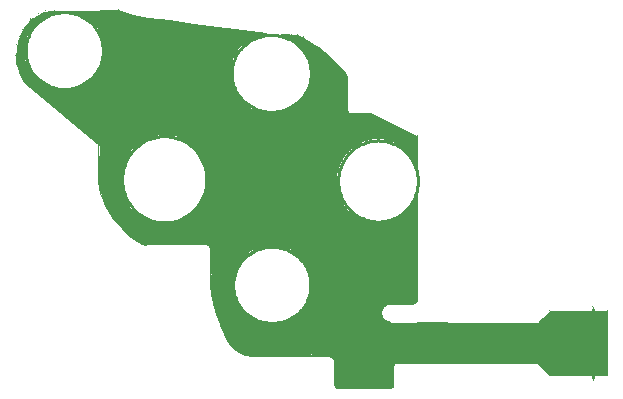
<source format=gbr>
%TF.GenerationSoftware,KiCad,Pcbnew,9.0.2*%
%TF.CreationDate,2025-07-05T18:08:39-04:00*%
%TF.ProjectId,SteamDeck_Action_Buttons_Replacement_Pad,53746561-6d44-4656-936b-5f416374696f,rev?*%
%TF.SameCoordinates,Original*%
%TF.FileFunction,Other,ECO1*%
%FSLAX46Y46*%
G04 Gerber Fmt 4.6, Leading zero omitted, Abs format (unit mm)*
G04 Created by KiCad (PCBNEW 9.0.2) date 2025-07-05 18:08:39*
%MOMM*%
%LPD*%
G01*
G04 APERTURE LIST*
%ADD10C,0.010000*%
%ADD11C,0.230279*%
%ADD12C,0.240116*%
%ADD13C,0.100000*%
%ADD14C,0.000000*%
%ADD15C,0.254593*%
%ADD16C,0.233150*%
%ADD17C,0.260000*%
%ADD18C,0.300000*%
%ADD19C,0.192357*%
G04 APERTURE END LIST*
D10*
X177370000Y-96590000D02*
X177290000Y-96300000D01*
X177280000Y-96280000D01*
X177470000Y-96280000D01*
X177370000Y-96590000D01*
G36*
X177370000Y-96590000D02*
G01*
X177290000Y-96300000D01*
X177280000Y-96280000D01*
X177470000Y-96280000D01*
X177370000Y-96590000D01*
G37*
D11*
X132789495Y-65461209D02*
X132950671Y-65473139D01*
X133110478Y-65492887D01*
X133268647Y-65520342D01*
X133424909Y-65555394D01*
X133578997Y-65597932D01*
X133730643Y-65647847D01*
X133879577Y-65705026D01*
X134025533Y-65769360D01*
X134168241Y-65840739D01*
X134307433Y-65919051D01*
X134442842Y-66004186D01*
X134574198Y-66096033D01*
X134701235Y-66194483D01*
X134823682Y-66299423D01*
X134941273Y-66410745D01*
X135053176Y-66527725D01*
X135158665Y-66649537D01*
X135257629Y-66775913D01*
X135349957Y-66906587D01*
X135435536Y-67041292D01*
X135514257Y-67179761D01*
X135586009Y-67321727D01*
X135650679Y-67466924D01*
X135708157Y-67615085D01*
X135758333Y-67765942D01*
X135801093Y-67919230D01*
X135836329Y-68074680D01*
X135863927Y-68232027D01*
X135883778Y-68391004D01*
X135895770Y-68551343D01*
X135899792Y-68712778D01*
X135895533Y-68880308D01*
X135882895Y-69045638D01*
X135862083Y-69208565D01*
X135833303Y-69368884D01*
X135796761Y-69526390D01*
X135752661Y-69680878D01*
X135701210Y-69832145D01*
X135642614Y-69979985D01*
X135577078Y-70124193D01*
X135504807Y-70264566D01*
X135426008Y-70400899D01*
X135340885Y-70532987D01*
X135249645Y-70660626D01*
X135152493Y-70783611D01*
X135049634Y-70901737D01*
X134941275Y-71014801D01*
X134827621Y-71122596D01*
X134708877Y-71224920D01*
X134585250Y-71321567D01*
X134456944Y-71412333D01*
X134324166Y-71497013D01*
X134187120Y-71575403D01*
X134046013Y-71647298D01*
X133901051Y-71712494D01*
X133752438Y-71770785D01*
X133600381Y-71821968D01*
X133445085Y-71865838D01*
X133286755Y-71902190D01*
X133125598Y-71930820D01*
X132961819Y-71951524D01*
X132795623Y-71964096D01*
X132627217Y-71968332D01*
X132458811Y-71964096D01*
X132292616Y-71951524D01*
X132128837Y-71930820D01*
X131967681Y-71902190D01*
X131809352Y-71865837D01*
X131654056Y-71821967D01*
X131502000Y-71770783D01*
X131353387Y-71712492D01*
X131208425Y-71647296D01*
X131067319Y-71575400D01*
X130930274Y-71497010D01*
X130797496Y-71412329D01*
X130669191Y-71321563D01*
X130545563Y-71224915D01*
X130426820Y-71122591D01*
X130313166Y-71014795D01*
X130204807Y-70901731D01*
X130101949Y-70783604D01*
X130004798Y-70660619D01*
X129913558Y-70532980D01*
X129828435Y-70400892D01*
X129749636Y-70264560D01*
X129677366Y-70124187D01*
X129611830Y-69979978D01*
X129553234Y-69832139D01*
X129501784Y-69680873D01*
X129457685Y-69526385D01*
X129421143Y-69368880D01*
X129392364Y-69208562D01*
X129371553Y-69045636D01*
X129358915Y-68880306D01*
X129354657Y-68712778D01*
X129358679Y-68551343D01*
X129370671Y-68391004D01*
X129390521Y-68232027D01*
X129418119Y-68074680D01*
X129453354Y-67919230D01*
X129496114Y-67765942D01*
X129546288Y-67615085D01*
X129603766Y-67466924D01*
X129668436Y-67321727D01*
X129740186Y-67179761D01*
X129818907Y-67041292D01*
X129904486Y-66906587D01*
X129996813Y-66775913D01*
X130095776Y-66649537D01*
X130201265Y-66527725D01*
X130313168Y-66410745D01*
X130430759Y-66299423D01*
X130553207Y-66194483D01*
X130680243Y-66096033D01*
X130811600Y-66004186D01*
X130947008Y-65919051D01*
X131086200Y-65840739D01*
X131228908Y-65769360D01*
X131374863Y-65705026D01*
X131523797Y-65647847D01*
X131675442Y-65597932D01*
X131829530Y-65555394D01*
X131985791Y-65520342D01*
X132143959Y-65492887D01*
X132303765Y-65473139D01*
X132464940Y-65461209D01*
X132627217Y-65457208D01*
X132789495Y-65461209D01*
D12*
X159360227Y-76328300D02*
X159526185Y-76340897D01*
X159690732Y-76361749D01*
X159853593Y-76390739D01*
X160014491Y-76427752D01*
X160173150Y-76472669D01*
X160329294Y-76525375D01*
X160482647Y-76585752D01*
X160632932Y-76653684D01*
X160779873Y-76729055D01*
X160923195Y-76811746D01*
X161062621Y-76901643D01*
X161197874Y-76998627D01*
X161328679Y-77102583D01*
X161454760Y-77213393D01*
X161575841Y-77330942D01*
X161691064Y-77454465D01*
X161799683Y-77583090D01*
X161901583Y-77716535D01*
X161996650Y-77854519D01*
X162084768Y-77996759D01*
X162165825Y-78142975D01*
X162239704Y-78292883D01*
X162306293Y-78446203D01*
X162365476Y-78602652D01*
X162417139Y-78761949D01*
X162461168Y-78923813D01*
X162497449Y-79087960D01*
X162525866Y-79254110D01*
X162546305Y-79421981D01*
X162558653Y-79591291D01*
X162562794Y-79761758D01*
X162558409Y-79938659D01*
X162545396Y-80113238D01*
X162523966Y-80285278D01*
X162494332Y-80454564D01*
X162456706Y-80620880D01*
X162411298Y-80784010D01*
X162358321Y-80943737D01*
X162297986Y-81099846D01*
X162230505Y-81252121D01*
X162156090Y-81400346D01*
X162074952Y-81544305D01*
X161987304Y-81683781D01*
X161893357Y-81818559D01*
X161793322Y-81948423D01*
X161687412Y-82073157D01*
X161575838Y-82192544D01*
X161458811Y-82306370D01*
X161336544Y-82414417D01*
X161209249Y-82516470D01*
X161077136Y-82612313D01*
X160940418Y-82701730D01*
X160799306Y-82784504D01*
X160654013Y-82860420D01*
X160504749Y-82929263D01*
X160351727Y-82990815D01*
X160195158Y-83044861D01*
X160035254Y-83091184D01*
X159872227Y-83129570D01*
X159706288Y-83159801D01*
X159537650Y-83181663D01*
X159366523Y-83194938D01*
X159193120Y-83199411D01*
X159019718Y-83194936D01*
X158848592Y-83181660D01*
X158679955Y-83159797D01*
X158514017Y-83129565D01*
X158350991Y-83091178D01*
X158191089Y-83044853D01*
X158034521Y-82990807D01*
X157881500Y-82929254D01*
X157732237Y-82860411D01*
X157586945Y-82784494D01*
X157445834Y-82701719D01*
X157309117Y-82612301D01*
X157177006Y-82516458D01*
X157049711Y-82414405D01*
X156927445Y-82306357D01*
X156810420Y-82192531D01*
X156698846Y-82073143D01*
X156592937Y-81948409D01*
X156492903Y-81818545D01*
X156398956Y-81683767D01*
X156311309Y-81544290D01*
X156230172Y-81400331D01*
X156155758Y-81252106D01*
X156088278Y-81099831D01*
X156027944Y-80943722D01*
X155974968Y-80783995D01*
X155929560Y-80620865D01*
X155891934Y-80454549D01*
X155862301Y-80285263D01*
X155840872Y-80113223D01*
X155827860Y-79938644D01*
X155823475Y-79761743D01*
X155827617Y-79591279D01*
X155839964Y-79421971D01*
X155860404Y-79254102D01*
X155888821Y-79087954D01*
X155925101Y-78923808D01*
X155969130Y-78761946D01*
X156020793Y-78602649D01*
X156079977Y-78446201D01*
X156146565Y-78292882D01*
X156220445Y-78142974D01*
X156301501Y-77996759D01*
X156389620Y-77854519D01*
X156484687Y-77716535D01*
X156586586Y-77583090D01*
X156695205Y-77454465D01*
X156810429Y-77330942D01*
X156931509Y-77213393D01*
X157057590Y-77102583D01*
X157188395Y-76998627D01*
X157323649Y-76901643D01*
X157463075Y-76811746D01*
X157606397Y-76729055D01*
X157753338Y-76653684D01*
X157903623Y-76585752D01*
X158056976Y-76525375D01*
X158213120Y-76472669D01*
X158371779Y-76427752D01*
X158532677Y-76390739D01*
X158695537Y-76361749D01*
X158860085Y-76340897D01*
X159026043Y-76328300D01*
X159193135Y-76324075D01*
X159360227Y-76328300D01*
D13*
X136130000Y-66170000D02*
X133879577Y-65705026D01*
X133996838Y-65473520D01*
X136130000Y-66170000D01*
G36*
X136130000Y-66170000D02*
G01*
X133879577Y-65705026D01*
X133996838Y-65473520D01*
X136130000Y-66170000D01*
G37*
X134550000Y-65433520D02*
X135538781Y-66837083D01*
X133821682Y-65551051D01*
X132980000Y-65390000D01*
X134280000Y-65370000D01*
X134550000Y-65433520D01*
G36*
X134550000Y-65433520D02*
G01*
X135538781Y-66837083D01*
X133821682Y-65551051D01*
X132980000Y-65390000D01*
X134280000Y-65370000D01*
X134550000Y-65433520D01*
G37*
X133402289Y-72065238D02*
X131930000Y-72810000D01*
X131502000Y-71770783D01*
X133402289Y-72065238D01*
G36*
X133402289Y-72065238D02*
G01*
X131930000Y-72810000D01*
X131502000Y-71770783D01*
X133402289Y-72065238D01*
G37*
X144563657Y-77590000D02*
X144721514Y-78572805D01*
X144507840Y-78552264D01*
X144062796Y-77588407D01*
X144563657Y-77590000D01*
G36*
X144563657Y-77590000D02*
G01*
X144721514Y-78572805D01*
X144507840Y-78552264D01*
X144062796Y-77588407D01*
X144563657Y-77590000D01*
G37*
X144710000Y-81420000D02*
X143790000Y-82490000D01*
X143681390Y-82438755D01*
X143617405Y-82390000D01*
X144310305Y-81197286D01*
X144710000Y-81420000D01*
G36*
X144710000Y-81420000D02*
G01*
X143790000Y-82490000D01*
X143681390Y-82438755D01*
X143617405Y-82390000D01*
X144310305Y-81197286D01*
X144710000Y-81420000D01*
G37*
D10*
X177450000Y-90750000D02*
X177300000Y-90750000D01*
X177370000Y-90440000D01*
X177450000Y-90750000D01*
G36*
X177450000Y-90750000D02*
G01*
X177300000Y-90750000D01*
X177370000Y-90440000D01*
X177450000Y-90750000D01*
G37*
D14*
X144978787Y-85546396D02*
X144978787Y-85546426D01*
X145120068Y-89673868D02*
X145120068Y-89673898D01*
X145271145Y-90316873D02*
X145270093Y-90311533D01*
X145621975Y-91398965D02*
X145621975Y-91398996D01*
X146274975Y-92930948D02*
X146273114Y-92925607D01*
X146837750Y-93819894D02*
X146827679Y-93809335D01*
X147322979Y-94200937D02*
X147312665Y-94195627D01*
X148433438Y-94555460D02*
X148433453Y-94555460D01*
X148443493Y-94555490D02*
X148443493Y-94555460D01*
X155266568Y-94669199D02*
X155266568Y-94669229D01*
X155469769Y-94894113D02*
X155469769Y-94894144D01*
X155469769Y-97026681D02*
X155469769Y-97026651D01*
X155602337Y-97251535D02*
X155602322Y-97251565D01*
X160418255Y-97137796D02*
X160418271Y-97137796D01*
X160468289Y-96936716D02*
X160468274Y-96936716D01*
X160469876Y-96926157D02*
X160469876Y-96926126D01*
X160469861Y-95433847D02*
X160469876Y-95433877D01*
X172649426Y-95150796D02*
X172649426Y-95150766D01*
X173684750Y-96161478D02*
X173684750Y-96161508D01*
X173719662Y-96174692D02*
X173719677Y-96174692D01*
X178548840Y-96174722D02*
X178548840Y-96174692D01*
X178598584Y-90700479D02*
X178598599Y-90700479D01*
X177338116Y-90340616D02*
X177338116Y-90340677D01*
X173668591Y-90655496D02*
X173668622Y-90655496D01*
X159981427Y-91631784D02*
X159981442Y-91631845D01*
X159513943Y-91232278D02*
X159513928Y-91232309D01*
X159491437Y-90644937D02*
X159491437Y-90644907D01*
X159631390Y-90364481D02*
X159631405Y-90364481D01*
X161980649Y-90128976D02*
X161980633Y-90128976D01*
X162180646Y-90078714D02*
X162180676Y-90078714D01*
X162360333Y-89959634D02*
X162360302Y-89959634D01*
X162460324Y-89808816D02*
X162460339Y-89808847D01*
X162468533Y-89782358D02*
X162468518Y-89782358D01*
X162508755Y-75931467D02*
X162508755Y-75931436D01*
X156621777Y-73886240D02*
X156621777Y-73886209D01*
X156493695Y-73738046D02*
X156493710Y-73738046D01*
X156508526Y-71621347D02*
X156508526Y-71621377D01*
X156513302Y-70920206D02*
X156513287Y-70920236D01*
X156404019Y-70700662D02*
X156404019Y-70700601D01*
X156308224Y-70481027D02*
X156308240Y-70481027D01*
X156068249Y-70171487D02*
X156068249Y-70171457D01*
X156063229Y-70166147D02*
X156063229Y-70166177D01*
X154959927Y-69091989D02*
X154959927Y-69091959D01*
X152808606Y-67515054D02*
X152816525Y-67520364D01*
X152338681Y-67311319D02*
X152338696Y-67311319D01*
X150720501Y-67282175D02*
X150720501Y-67282205D01*
X138232174Y-65607400D02*
X138232159Y-65607400D01*
X137186520Y-65210550D02*
X137186535Y-65210519D01*
X131740353Y-65255533D02*
X131740353Y-65255502D01*
X130977826Y-65308420D02*
X130990262Y-65305795D01*
X130377743Y-65509500D02*
X130377759Y-65509500D01*
X129714169Y-65991037D02*
X129714184Y-65991037D01*
X128772534Y-67512399D02*
X128772519Y-67512399D01*
X128444180Y-69099893D02*
X128444165Y-69099893D01*
X129176007Y-71256235D02*
X129176007Y-71256265D01*
X129187665Y-71269479D02*
X129187649Y-71269479D01*
X135518857Y-79736154D02*
X135518597Y-79730844D01*
X135570721Y-80344705D02*
X135570736Y-80344705D01*
X135822094Y-81178140D02*
X135820752Y-81175485D01*
X136097256Y-81873971D02*
X136097256Y-81874002D01*
X136751553Y-82932291D02*
X136751553Y-82932321D01*
X136758175Y-82942911D02*
X136758175Y-82942880D01*
X137384167Y-83593790D02*
X137384182Y-83593790D01*
X138216290Y-84353097D02*
X138216290Y-84353128D01*
X138591214Y-84599191D02*
X138591198Y-84599191D01*
X139092862Y-84898172D02*
X139092846Y-84898172D01*
X139100522Y-84903451D02*
X139100537Y-84903451D01*
X139580761Y-85088663D02*
X139580746Y-85088663D01*
X144541150Y-85091318D02*
X144541165Y-85091318D01*
X144660763Y-85128366D02*
X144660748Y-85128366D01*
X144761548Y-85173349D02*
X144761563Y-85173349D01*
D15*
X141272404Y-75967265D02*
X141448053Y-75980645D01*
X141622210Y-76002794D01*
X141794582Y-76033587D01*
X141964876Y-76072901D01*
X142132801Y-76120612D01*
X142298064Y-76176596D01*
X142460373Y-76240728D01*
X142619436Y-76312885D01*
X142774959Y-76392943D01*
X142926652Y-76480778D01*
X143074220Y-76576265D01*
X143217373Y-76679282D01*
X143355818Y-76789704D01*
X143489262Y-76907406D01*
X143617413Y-77032266D01*
X143739365Y-77163472D01*
X143854327Y-77300097D01*
X143962178Y-77441842D01*
X144062796Y-77588407D01*
X144156060Y-77739493D01*
X144241850Y-77894800D01*
X144320044Y-78054031D01*
X144390521Y-78216884D01*
X144453160Y-78383062D01*
X144507840Y-78552264D01*
X144554439Y-78724191D01*
X144592838Y-78898545D01*
X144622914Y-79075026D01*
X144644548Y-79253334D01*
X144657616Y-79433171D01*
X144661999Y-79614236D01*
X144657358Y-79802139D01*
X144643585Y-79987575D01*
X144620904Y-80170314D01*
X144589539Y-80350128D01*
X144549715Y-80526787D01*
X144501656Y-80700062D01*
X144445585Y-80869723D01*
X144381726Y-81035541D01*
X144310305Y-81197286D01*
X144231544Y-81354729D01*
X144145668Y-81507641D01*
X144052901Y-81655791D01*
X143953467Y-81798951D01*
X143847591Y-81936892D01*
X143735496Y-82069383D01*
X143617405Y-82196195D01*
X143493545Y-82317099D01*
X143364138Y-82431866D01*
X143229408Y-82540266D01*
X143089580Y-82642069D01*
X142944878Y-82737047D01*
X142795526Y-82824969D01*
X142641747Y-82905607D01*
X142483767Y-82978731D01*
X142321808Y-83044111D01*
X142156096Y-83101518D01*
X141986854Y-83150722D01*
X141814306Y-83191495D01*
X141638677Y-83223607D01*
X141460190Y-83246828D01*
X141279069Y-83260929D01*
X141095540Y-83265680D01*
X140912011Y-83260927D01*
X140730892Y-83246825D01*
X140552407Y-83223603D01*
X140376779Y-83191490D01*
X140204232Y-83150716D01*
X140034991Y-83101511D01*
X139869280Y-83044103D01*
X139707323Y-82978722D01*
X139549343Y-82905598D01*
X139395566Y-82824960D01*
X139246215Y-82737037D01*
X139101513Y-82642059D01*
X138961686Y-82540255D01*
X138826958Y-82431855D01*
X138697552Y-82317088D01*
X138573692Y-82196184D01*
X138455603Y-82069371D01*
X138343508Y-81936880D01*
X138237632Y-81798940D01*
X138138200Y-81655780D01*
X138045433Y-81507630D01*
X137959558Y-81354719D01*
X137880798Y-81197277D01*
X137809378Y-81035532D01*
X137745520Y-80869715D01*
X137689450Y-80700055D01*
X137641391Y-80526781D01*
X137601567Y-80350123D01*
X137570204Y-80170310D01*
X137547523Y-79987572D01*
X137533751Y-79802137D01*
X137529110Y-79614236D01*
X137533494Y-79433171D01*
X137546562Y-79253334D01*
X137568195Y-79075026D01*
X137598272Y-78898545D01*
X137636670Y-78724191D01*
X137683270Y-78552264D01*
X137737950Y-78383062D01*
X137800589Y-78216884D01*
X137871066Y-78054031D01*
X137949260Y-77894800D01*
X138035049Y-77739493D01*
X138128314Y-77588407D01*
X138228932Y-77441842D01*
X138336782Y-77300097D01*
X138451744Y-77163472D01*
X138573697Y-77032266D01*
X138701848Y-76907406D01*
X138835292Y-76789704D01*
X138973736Y-76679282D01*
X139116889Y-76576265D01*
X139264458Y-76480778D01*
X139416150Y-76392943D01*
X139571674Y-76312885D01*
X139730736Y-76240728D01*
X139893045Y-76176596D01*
X140058308Y-76120612D01*
X140226233Y-76072901D01*
X140396528Y-76033587D01*
X140568900Y-76002794D01*
X140743056Y-75980645D01*
X140918706Y-75967265D01*
X141095555Y-75962778D01*
X141272404Y-75967265D01*
D16*
D17*
X150320502Y-67388209D02*
X150485794Y-67400133D01*
X150649681Y-67419871D01*
X150811889Y-67447313D01*
X150972142Y-67482349D01*
X151130165Y-67524867D01*
X151285683Y-67574757D01*
X151438421Y-67631910D01*
X151588104Y-67696214D01*
X151734456Y-67767559D01*
X151877204Y-67845834D01*
X152016071Y-67930930D01*
X152150782Y-68022735D01*
X152281063Y-68121140D01*
X152406639Y-68226033D01*
X152527234Y-68337305D01*
X152641995Y-68454232D01*
X152750179Y-68575990D01*
X152851670Y-68702310D01*
X152946356Y-68832927D01*
X153034121Y-68967573D01*
X153114852Y-69105981D01*
X153188435Y-69247886D01*
X153254756Y-69393020D01*
X153313702Y-69541117D01*
X153365158Y-69691909D01*
X153409010Y-69845129D01*
X153445145Y-70000512D01*
X153473448Y-70157791D01*
X153493805Y-70316698D01*
X153506103Y-70476966D01*
X153510228Y-70638322D01*
X153506103Y-70799678D01*
X153493805Y-70959947D01*
X153473448Y-71118853D01*
X153445146Y-71276130D01*
X153409012Y-71431512D01*
X153365160Y-71584732D01*
X153313705Y-71735523D01*
X153254760Y-71883619D01*
X153188440Y-72028752D01*
X153114857Y-72170657D01*
X153034127Y-72309065D01*
X152946362Y-72443712D01*
X152851677Y-72574329D01*
X152750186Y-72700651D01*
X152642003Y-72822410D01*
X152527241Y-72939340D01*
X152406646Y-73050614D01*
X152281071Y-73155510D01*
X152150790Y-73253916D01*
X152016078Y-73345723D01*
X151877211Y-73430821D01*
X151734464Y-73509097D01*
X151588112Y-73580443D01*
X151438429Y-73644748D01*
X151285692Y-73701901D01*
X151130174Y-73751792D01*
X150972152Y-73794311D01*
X150811900Y-73829346D01*
X150649693Y-73856789D01*
X150485807Y-73876527D01*
X150320516Y-73888451D01*
X150154095Y-73892450D01*
X149987673Y-73888451D01*
X149822381Y-73876527D01*
X149658494Y-73856789D01*
X149496286Y-73829347D01*
X149336033Y-73794311D01*
X149178010Y-73751793D01*
X149022492Y-73701903D01*
X148869754Y-73644750D01*
X148720072Y-73580446D01*
X148573719Y-73509101D01*
X148430972Y-73430826D01*
X148292105Y-73345730D01*
X148157393Y-73253925D01*
X148027112Y-73155520D01*
X147901536Y-73050627D01*
X147780942Y-72939355D01*
X147666180Y-72822428D01*
X147557996Y-72700670D01*
X147456505Y-72574350D01*
X147361820Y-72443734D01*
X147274054Y-72309088D01*
X147193323Y-72170679D01*
X147119740Y-72028775D01*
X147053419Y-71883642D01*
X146994473Y-71735546D01*
X146943017Y-71584755D01*
X146899165Y-71431536D01*
X146863031Y-71276154D01*
X146834728Y-71118877D01*
X146814370Y-70959973D01*
X146802072Y-70799706D01*
X146797947Y-70638345D01*
X146802072Y-70476982D01*
X146814370Y-70316713D01*
X146834727Y-70157807D01*
X146863029Y-70000530D01*
X146899163Y-69845148D01*
X146943015Y-69691928D01*
X146994470Y-69541137D01*
X147053415Y-69393041D01*
X147119736Y-69247908D01*
X147193318Y-69106003D01*
X147274049Y-68967595D01*
X147361813Y-68832948D01*
X147456498Y-68702331D01*
X147557989Y-68576009D01*
X147666172Y-68454250D01*
X147780934Y-68337320D01*
X147901529Y-68226046D01*
X148027104Y-68121150D01*
X148157385Y-68022744D01*
X148292097Y-67930937D01*
X148430964Y-67845839D01*
X148573711Y-67767563D01*
X148720063Y-67696217D01*
X148869746Y-67631912D01*
X149022483Y-67574759D01*
X149178001Y-67524868D01*
X149336023Y-67482349D01*
X149496275Y-67447314D01*
X149658482Y-67419871D01*
X149822369Y-67400133D01*
X149987660Y-67388209D01*
X150154080Y-67384210D01*
X150320502Y-67388209D01*
D18*
X150414339Y-85347964D02*
X150582231Y-85360534D01*
X150747682Y-85381233D01*
X150910485Y-85409858D01*
X151070430Y-85446204D01*
X151227312Y-85490066D01*
X151380922Y-85541240D01*
X151531052Y-85599521D01*
X151677494Y-85664705D01*
X151820042Y-85736587D01*
X151958486Y-85814963D01*
X152092621Y-85899628D01*
X152222236Y-85990378D01*
X152347126Y-86087008D01*
X152467083Y-86189313D01*
X152581897Y-86297090D01*
X152691363Y-86410133D01*
X152795272Y-86528239D01*
X152893416Y-86651202D01*
X152985588Y-86778818D01*
X153071579Y-86910882D01*
X153151183Y-87047191D01*
X153224192Y-87187539D01*
X153290397Y-87331722D01*
X153349592Y-87479535D01*
X153401568Y-87630775D01*
X153446117Y-87785236D01*
X153483032Y-87942713D01*
X153512106Y-88103003D01*
X153533130Y-88265901D01*
X153545896Y-88431203D01*
X153550198Y-88598703D01*
X153550198Y-88598718D01*
X153546135Y-88760124D01*
X153534021Y-88920435D01*
X153513968Y-89079383D01*
X153486088Y-89236702D01*
X153450494Y-89392124D01*
X153407297Y-89545384D01*
X153356611Y-89696215D01*
X153298546Y-89844348D01*
X153233216Y-89989519D01*
X153160733Y-90131460D01*
X153081209Y-90269904D01*
X152994756Y-90404585D01*
X152901486Y-90535236D01*
X152801511Y-90661589D01*
X152694945Y-90783379D01*
X152581898Y-90900339D01*
X152463106Y-91011641D01*
X152339407Y-91116563D01*
X152211072Y-91214995D01*
X152078373Y-91306827D01*
X151941581Y-91391947D01*
X151800966Y-91470245D01*
X151656800Y-91541611D01*
X151509353Y-91605934D01*
X151358897Y-91663103D01*
X151205702Y-91713008D01*
X151050040Y-91755539D01*
X150892181Y-91790585D01*
X150732396Y-91818036D01*
X150570957Y-91837780D01*
X150408134Y-91849707D01*
X150244198Y-91853708D01*
X150080264Y-91849707D01*
X149917442Y-91837780D01*
X149756004Y-91818036D01*
X149596221Y-91790585D01*
X149438362Y-91755539D01*
X149282700Y-91713008D01*
X149129506Y-91663103D01*
X148979050Y-91605934D01*
X148831604Y-91541611D01*
X148687438Y-91470245D01*
X148546823Y-91391947D01*
X148410031Y-91306827D01*
X148277332Y-91214995D01*
X148148998Y-91116563D01*
X148025299Y-91011641D01*
X147906506Y-90900339D01*
X147793460Y-90783379D01*
X147686893Y-90661589D01*
X147586919Y-90535236D01*
X147493649Y-90404585D01*
X147407196Y-90269904D01*
X147327671Y-90131459D01*
X147255188Y-89989518D01*
X147189858Y-89844347D01*
X147131794Y-89696212D01*
X147081107Y-89545381D01*
X147037911Y-89392119D01*
X147002316Y-89236695D01*
X146974436Y-89079375D01*
X146954383Y-88920425D01*
X146942269Y-88760112D01*
X146938206Y-88598703D01*
X146942509Y-88431203D01*
X146955276Y-88265901D01*
X146976301Y-88103003D01*
X147005375Y-87942713D01*
X147042291Y-87785236D01*
X147086840Y-87630775D01*
X147138817Y-87479535D01*
X147198012Y-87331722D01*
X147264218Y-87187539D01*
X147337227Y-87047191D01*
X147416831Y-86910882D01*
X147502823Y-86778818D01*
X147594996Y-86651202D01*
X147693140Y-86528239D01*
X147797049Y-86410133D01*
X147906516Y-86297090D01*
X148021331Y-86189313D01*
X148141288Y-86087008D01*
X148266178Y-85990378D01*
X148395795Y-85899628D01*
X148529930Y-85814963D01*
X148668375Y-85736587D01*
X148810923Y-85664705D01*
X148957367Y-85599521D01*
X149107498Y-85541240D01*
X149261108Y-85490066D01*
X149417991Y-85446204D01*
X149577938Y-85409858D01*
X149740741Y-85381233D01*
X149906193Y-85360534D01*
X150074087Y-85347964D01*
X150244214Y-85343729D01*
X150414339Y-85347964D01*
D14*
G36*
X130977826Y-65308420D02*
G01*
X130984036Y-65307081D01*
X130990246Y-65305765D01*
X130977826Y-65308420D01*
G37*
X137168271Y-65205240D02*
X137186520Y-65210550D01*
X131740353Y-65255502D02*
X131743268Y-65255502D01*
G36*
X135518733Y-79733488D02*
G01*
X135518857Y-79736154D01*
X135518597Y-79730844D01*
X135518733Y-79733488D01*
G37*
X130364255Y-65514780D02*
X130371593Y-65511906D01*
X130377743Y-65509500D01*
X129706234Y-65999002D02*
X129714169Y-65991037D01*
X129022549Y-66911783D02*
X129025998Y-66906503D01*
X128770932Y-67517709D02*
X128772534Y-67512399D01*
X128569058Y-68173868D02*
X128570241Y-68168777D01*
X128570904Y-68165933D01*
X128443646Y-69105203D02*
X128443952Y-69102166D01*
X128444180Y-69099893D01*
X128774899Y-70531320D02*
X128773573Y-70528654D01*
X128772259Y-70526010D01*
X129176007Y-71256265D02*
X129034096Y-70999775D01*
X128774899Y-70531320D01*
X129187649Y-71269479D02*
X129179538Y-71260248D01*
X129176007Y-71256235D01*
X135484738Y-76542642D02*
X133003966Y-74465242D01*
X129187665Y-71269479D01*
X135518597Y-76577035D02*
X135484738Y-76542642D01*
X135518597Y-79730844D02*
X135518597Y-76577035D01*
G36*
X135822079Y-81178140D02*
G01*
X135821410Y-81176813D01*
X135821077Y-81176149D01*
X135820752Y-81175485D01*
X135822079Y-81178140D01*
G37*
X135568875Y-80334116D02*
X135518857Y-79736154D01*
X135570736Y-80344705D02*
X135570573Y-80343784D01*
X135568875Y-80334116D01*
X135820752Y-81175485D02*
X135693888Y-80753955D01*
X135570721Y-80344705D01*
G36*
X145271145Y-90316812D02*
G01*
X145270606Y-90314172D01*
X145270077Y-90311533D01*
X145271145Y-90316812D01*
G37*
X136097256Y-81874002D02*
X135871009Y-81301849D01*
X135822094Y-81178140D01*
X136100949Y-81881906D02*
X136099742Y-81879319D01*
X136097256Y-81873971D01*
X136576138Y-82657144D02*
X136242493Y-82112831D01*
X136100949Y-81881906D01*
X136576397Y-82657144D02*
X136576138Y-82657144D01*
X136751553Y-82932321D02*
X136576397Y-82657144D01*
X136758175Y-82942880D02*
X136753659Y-82935666D01*
X136751553Y-82932291D01*
X136882794Y-83067270D02*
X136822625Y-83007226D01*
X136758175Y-82942911D01*
X137382336Y-83591135D02*
X137140259Y-83337271D01*
X136882794Y-83067270D01*
X137384182Y-83593790D02*
X137382336Y-83591135D01*
X137859372Y-84043558D02*
X137617609Y-83814736D01*
X137384167Y-83593790D01*
X137860943Y-84043558D02*
X137859372Y-84043558D01*
X138210736Y-84347848D02*
X138051140Y-84209010D01*
X137860943Y-84043558D01*
X138216290Y-84353128D02*
X138210736Y-84347848D01*
X138591198Y-84599191D02*
X138466704Y-84517479D01*
X138341497Y-84435298D01*
X138216290Y-84353097D01*
X138592785Y-84599191D02*
X138591214Y-84599191D01*
X139092846Y-84898172D02*
X138592785Y-84599191D01*
X139100537Y-84903451D02*
X139096169Y-84900444D01*
X139092862Y-84898172D01*
X139580746Y-85088663D02*
X139349984Y-84999663D01*
X139100522Y-84903451D01*
X139598752Y-85091318D02*
X139580761Y-85088663D01*
X144541165Y-85091318D02*
X139598752Y-85091318D01*
X144660748Y-85128366D02*
X144649349Y-85124832D01*
X144595250Y-85108065D01*
X144541150Y-85091318D01*
X144761563Y-85173349D02*
X144660763Y-85128366D01*
X144878491Y-85273874D02*
X144761548Y-85173349D01*
X144943844Y-85403543D02*
X144878491Y-85273874D01*
X144952054Y-85414133D02*
X144943844Y-85403543D01*
X144978787Y-85546426D02*
X144963573Y-85471145D01*
X144952054Y-85414133D01*
X145008679Y-88930398D02*
X144978787Y-85546396D01*
X145009198Y-88938364D02*
X145008939Y-88934390D01*
X145008679Y-88930398D01*
X145119275Y-89668619D02*
X145014277Y-88972056D01*
X145009198Y-88938364D01*
X145120068Y-89673898D02*
X145119275Y-89668619D01*
X145270093Y-90311533D02*
X145120068Y-89673868D01*
G36*
X146274975Y-92930917D02*
G01*
X146274039Y-92928262D01*
X146273114Y-92925607D01*
X146274975Y-92930917D01*
G37*
X145621182Y-91396341D02*
X145410937Y-90747965D01*
X145271145Y-90316873D01*
X145621975Y-91398996D02*
X145621182Y-91396341D01*
X145847134Y-91975778D02*
X145806631Y-91872012D01*
X145621975Y-91398965D01*
X145847928Y-91975778D02*
X145847134Y-91975778D01*
X146273114Y-92925607D02*
X146064139Y-92458775D01*
X145847928Y-91975778D01*
G36*
X146837750Y-93819894D02*
G01*
X146832709Y-93814611D01*
X146827679Y-93809305D01*
X146837750Y-93819894D01*
G37*
X146525006Y-93380716D02*
X146274975Y-92930948D01*
X146527905Y-93386026D02*
X146525006Y-93380716D01*
X146827679Y-93809335D02*
X146527905Y-93386026D01*
G36*
X147317828Y-94198270D02*
G01*
X147322979Y-94200937D01*
X147312665Y-94195627D01*
X147317828Y-94198270D01*
G37*
X147312665Y-94195627D02*
X147174156Y-94086053D01*
X147005949Y-93952985D01*
X146837750Y-93819894D01*
G36*
X152812573Y-67517698D02*
G01*
X152814558Y-67519024D01*
X152816540Y-67520364D01*
X152808606Y-67515054D01*
X152812573Y-67517698D01*
G37*
X147597882Y-94327920D02*
X147470053Y-94268861D01*
X147420702Y-94246070D01*
X147322979Y-94200937D01*
X147601864Y-94327920D02*
X147597882Y-94327920D01*
X147951901Y-94452280D02*
X147601864Y-94327920D01*
X147958249Y-94454904D02*
X147951901Y-94452280D01*
X148433453Y-94555460D02*
X148203008Y-94506697D01*
X147958249Y-94454904D01*
X148443493Y-94555460D02*
X148433438Y-94555460D01*
X155035061Y-94576639D02*
X148443493Y-94555490D01*
X155266568Y-94669229D02*
X155035061Y-94576639D01*
X155382458Y-94782999D02*
X155326549Y-94728098D01*
X155266568Y-94669199D01*
X155469769Y-94894144D02*
X155423661Y-94835449D01*
X155382458Y-94782999D01*
X155469769Y-97026651D02*
X155469769Y-94894113D01*
X155477444Y-97053140D02*
X155469769Y-97026681D01*
X155602322Y-97251565D02*
X155477444Y-97053140D01*
X155609479Y-97262125D02*
X155602659Y-97252014D01*
X155602337Y-97251535D01*
X155644665Y-97275369D02*
X155609479Y-97262125D01*
X160219845Y-97275369D02*
X155644665Y-97275369D01*
X160247616Y-97267435D02*
X160219845Y-97275369D01*
X160397641Y-97166879D02*
X160247616Y-97267435D01*
X160418271Y-97137796D02*
X160410011Y-97149445D01*
X160397641Y-97166879D01*
X160468274Y-96936716D02*
X160418255Y-97137796D01*
X160469876Y-96926126D02*
X160468980Y-96932097D01*
X160468289Y-96936716D01*
X160469876Y-95433877D02*
X160469876Y-96926157D01*
X160579129Y-95150766D02*
X160507910Y-95335279D01*
X160469861Y-95433847D01*
X172649426Y-95150766D02*
X160579129Y-95150766D01*
X173684750Y-96161508D02*
X172649426Y-95150796D01*
X173719677Y-96174692D02*
X173702160Y-96168065D01*
X173684750Y-96161478D01*
X177176190Y-96180002D02*
X173719662Y-96174692D01*
X178548840Y-96174692D02*
X177382824Y-96180002D01*
X178584045Y-96161501D02*
X178548840Y-96174722D01*
X178598599Y-96124460D02*
X178584045Y-96161501D01*
X178598599Y-90700479D02*
X178598599Y-96124460D01*
X177348172Y-90364481D02*
X177362366Y-90457964D01*
X177391568Y-90650217D01*
X173633145Y-90671396D02*
X173648674Y-90664432D01*
X173668591Y-90655496D01*
X159981442Y-91631845D02*
X160112855Y-91643652D01*
X160246029Y-91655618D01*
X159772412Y-91539194D02*
X159928344Y-91608274D01*
X159981427Y-91631784D01*
X159681149Y-91449258D02*
X159742397Y-91509612D01*
X159772412Y-91539194D01*
X159420529Y-90906839D02*
X159513943Y-91232278D01*
X159491437Y-90644907D02*
X159467522Y-90733261D01*
X159420529Y-90906839D01*
X159539074Y-90504709D02*
X159491437Y-90644937D01*
X159631405Y-90364481D02*
X159539074Y-90504709D01*
X159794385Y-90224222D02*
X159631390Y-90364481D01*
X159981167Y-90155435D02*
X159895569Y-90186960D01*
X159794385Y-90224222D01*
X160147076Y-90131631D02*
X159981167Y-90155435D01*
X161968731Y-90131631D02*
X160147076Y-90131631D01*
X161980633Y-90128976D02*
X161968731Y-90131631D01*
X162180676Y-90078714D02*
X162083473Y-90103151D01*
X162044786Y-90112867D01*
X161980649Y-90128976D01*
X162196271Y-90073434D02*
X162188496Y-90076061D01*
X162180646Y-90078714D01*
X162346295Y-89972879D02*
X162270355Y-90023779D01*
X162196271Y-90073434D01*
X162360302Y-89959634D02*
X162352299Y-89967205D01*
X162346295Y-89972879D01*
X162460339Y-89808847D02*
X162415892Y-89875866D01*
X162360333Y-89959634D01*
X162468518Y-89782358D02*
X162460324Y-89808816D01*
X162508755Y-75931436D02*
X162468533Y-89782358D01*
X162506100Y-75915567D02*
X162506856Y-75920116D01*
X162508755Y-75931467D01*
X162480694Y-75886484D02*
X162496764Y-75904875D01*
X162506100Y-75915567D01*
X156493710Y-73738046D02*
X156621777Y-73886240D01*
X156508526Y-71621377D02*
X156493695Y-73738046D01*
X156518582Y-70941385D02*
X156513632Y-71276120D01*
X156508526Y-71621347D01*
X156513287Y-70920236D02*
X156518582Y-70941385D01*
X156404019Y-70700601D02*
X156447921Y-70788829D01*
X156513302Y-70920206D01*
X156314587Y-70491617D02*
X156404019Y-70700662D01*
X156308240Y-70481027D02*
X156311382Y-70486269D01*
X156314587Y-70491617D01*
X156068249Y-70171457D02*
X156134591Y-70257033D01*
X156308224Y-70481027D01*
X156063229Y-70166177D02*
X156068249Y-70171487D01*
X155523480Y-69644937D02*
X156063229Y-70166147D01*
X154963620Y-69094614D02*
X155172702Y-69300127D01*
X155348093Y-69472522D01*
X155523480Y-69644937D01*
X154959927Y-69091959D02*
X154963620Y-69094614D01*
X154000012Y-68316751D02*
X154959927Y-69091989D01*
X153996579Y-68314096D02*
X154000012Y-68316751D01*
X151843655Y-67282205D02*
X151846310Y-67282205D01*
D13*
X130370000Y-66360000D02*
X129630000Y-67041292D01*
X130051984Y-66081607D01*
X130370000Y-66360000D01*
G36*
X130370000Y-66360000D02*
G01*
X129630000Y-67041292D01*
X130051984Y-66081607D01*
X130370000Y-66360000D01*
G37*
D10*
X129339030Y-67840000D02*
X129215434Y-70090000D01*
X130270000Y-71330000D01*
X134730000Y-75450000D01*
X135720000Y-76630000D01*
X135570000Y-76670000D01*
X129340000Y-71430000D01*
X128840000Y-70620000D01*
X128540000Y-69800000D01*
X128540000Y-69760000D01*
X128530000Y-69660000D01*
X128530000Y-69280000D01*
X128620000Y-68580000D01*
X128740000Y-67940000D01*
X129050000Y-67160000D01*
X129200000Y-66830000D01*
X129490000Y-66420000D01*
X129770000Y-66120000D01*
X129910000Y-65990000D01*
X129339030Y-67840000D01*
G36*
X129339030Y-67840000D02*
G01*
X129215434Y-70090000D01*
X130270000Y-71330000D01*
X134730000Y-75450000D01*
X135720000Y-76630000D01*
X135570000Y-76670000D01*
X129340000Y-71430000D01*
X128840000Y-70620000D01*
X128540000Y-69800000D01*
X128540000Y-69760000D01*
X128530000Y-69660000D01*
X128530000Y-69280000D01*
X128620000Y-68580000D01*
X128740000Y-67940000D01*
X129050000Y-67160000D01*
X129200000Y-66830000D01*
X129490000Y-66420000D01*
X129770000Y-66120000D01*
X129910000Y-65990000D01*
X129339030Y-67840000D01*
G37*
D13*
X132240000Y-65450000D02*
X130947008Y-65919051D01*
X130313168Y-66410745D01*
X129910000Y-66030000D01*
X130280000Y-65760000D01*
X130880000Y-65480000D01*
X131550000Y-65370000D01*
X132210000Y-65360000D01*
X132240000Y-65450000D01*
G36*
X132240000Y-65450000D02*
G01*
X130947008Y-65919051D01*
X130313168Y-66410745D01*
X129910000Y-66030000D01*
X130280000Y-65760000D01*
X130880000Y-65480000D01*
X131550000Y-65370000D01*
X132210000Y-65360000D01*
X132240000Y-65450000D01*
G37*
X139520000Y-84700000D02*
X139570000Y-85180000D01*
X139220000Y-85050000D01*
X138650000Y-84730000D01*
X138130000Y-84390000D01*
X137250000Y-83510000D01*
X136830000Y-83040000D01*
X136510000Y-82540000D01*
X136310000Y-82200000D01*
X136130000Y-81840000D01*
X135940000Y-81421164D01*
X136137054Y-81289603D01*
X139520000Y-84700000D01*
G36*
X139520000Y-84700000D02*
G01*
X139570000Y-85180000D01*
X139220000Y-85050000D01*
X138650000Y-84730000D01*
X138130000Y-84390000D01*
X137250000Y-83510000D01*
X136830000Y-83040000D01*
X136510000Y-82540000D01*
X136310000Y-82200000D01*
X136130000Y-81840000D01*
X135940000Y-81421164D01*
X136137054Y-81289603D01*
X139520000Y-84700000D01*
G37*
X152440000Y-67390000D02*
X153460000Y-67970000D01*
X153970000Y-68320000D01*
X154479969Y-68704370D01*
X154990000Y-69140000D01*
X156180000Y-70280000D01*
X156440000Y-70680000D01*
X156570000Y-70960000D01*
X156600000Y-71070000D01*
X156590000Y-73620000D01*
X156621741Y-73886198D01*
X156699956Y-74020000D01*
X156880000Y-74120000D01*
X154800000Y-73908701D01*
X154280000Y-71160000D01*
X152820962Y-68362295D01*
X151734456Y-67767559D01*
X151130165Y-67524867D01*
X150940000Y-67390000D01*
X151000000Y-67350000D01*
X152440000Y-67390000D01*
G36*
X152440000Y-67390000D02*
G01*
X153460000Y-67970000D01*
X153970000Y-68320000D01*
X154479969Y-68704370D01*
X154990000Y-69140000D01*
X156180000Y-70280000D01*
X156440000Y-70680000D01*
X156570000Y-70960000D01*
X156600000Y-71070000D01*
X156590000Y-73620000D01*
X156621741Y-73886198D01*
X156699956Y-74020000D01*
X156880000Y-74120000D01*
X154800000Y-73908701D01*
X154280000Y-71160000D01*
X152820962Y-68362295D01*
X151734456Y-67767559D01*
X151130165Y-67524867D01*
X150940000Y-67390000D01*
X151000000Y-67350000D01*
X152440000Y-67390000D01*
G37*
D19*
X137400000Y-65440000D02*
X138410237Y-65805081D01*
X139740000Y-66010000D01*
X141550000Y-66250000D01*
X143590000Y-66530000D01*
X149770000Y-67340000D01*
X149294320Y-67377680D01*
X148201916Y-67782419D01*
X148013191Y-67913582D01*
X147836495Y-68053788D01*
X147671833Y-68202435D01*
X147519210Y-68358924D01*
X147378631Y-68522654D01*
X147250100Y-68693023D01*
X147133624Y-68869432D01*
X147029207Y-69051279D01*
X146936854Y-69237963D01*
X146856571Y-69428885D01*
X146788361Y-69623443D01*
X146732231Y-69821036D01*
X146688185Y-70021064D01*
X146656229Y-70222926D01*
X146636367Y-70426021D01*
X146628604Y-70629749D01*
X146632946Y-70833509D01*
X146649398Y-71036700D01*
X146677964Y-71238721D01*
X146718650Y-71438972D01*
X146771461Y-71636852D01*
X146836401Y-71831760D01*
X146913476Y-72023096D01*
X147002691Y-72210259D01*
X147104051Y-72392647D01*
X147217560Y-72569662D01*
X147343225Y-72740700D01*
X147481050Y-72905163D01*
X147631039Y-73062449D01*
X147793199Y-73211957D01*
X147967534Y-73353087D01*
X148154049Y-73485239D01*
X148277000Y-73564898D01*
X148393765Y-73636701D01*
X148505731Y-73701020D01*
X148614282Y-73758233D01*
X148720805Y-73808713D01*
X148826684Y-73852835D01*
X148933305Y-73890976D01*
X149042054Y-73923509D01*
X149154315Y-73950810D01*
X149271474Y-73973255D01*
X149394916Y-73991217D01*
X149526027Y-74005072D01*
X149666192Y-74015196D01*
X149816797Y-74021962D01*
X149979226Y-74025747D01*
X150154866Y-74026926D01*
X150330505Y-74025747D01*
X150492935Y-74021962D01*
X150643539Y-74015196D01*
X150783704Y-74005072D01*
X150914815Y-73991217D01*
X151038258Y-73973255D01*
X151155417Y-73950810D01*
X151267678Y-73923509D01*
X151376426Y-73890976D01*
X151483047Y-73852835D01*
X151588927Y-73808713D01*
X151695449Y-73758233D01*
X151804001Y-73701020D01*
X151915967Y-73636701D01*
X152032732Y-73564898D01*
X152155682Y-73485239D01*
X152324664Y-73364939D01*
X152486346Y-73232914D01*
X152640230Y-73090069D01*
X152785819Y-72937311D01*
X152922617Y-72775545D01*
X153050127Y-72605677D01*
X153167851Y-72428612D01*
X153275293Y-72245258D01*
X153371956Y-72056519D01*
X153457343Y-71863302D01*
X153530956Y-71666513D01*
X153592300Y-71467057D01*
X153640877Y-71265840D01*
X153676190Y-71063768D01*
X153697742Y-70861748D01*
X153703203Y-70761040D01*
X153705037Y-70660684D01*
X153698313Y-70489594D01*
X153678638Y-70311698D01*
X153646760Y-70128593D01*
X153603424Y-69941876D01*
X153549377Y-69753143D01*
X153485365Y-69563991D01*
X153412134Y-69376016D01*
X153330432Y-69190815D01*
X153241003Y-69009984D01*
X153144596Y-68835120D01*
X153041955Y-68667819D01*
X152933829Y-68509679D01*
X152820962Y-68362295D01*
X152704101Y-68227265D01*
X152583993Y-68106184D01*
X152461384Y-68000650D01*
X152408588Y-67958100D01*
X152359813Y-67916743D01*
X152315202Y-67876793D01*
X152274901Y-67838465D01*
X152239054Y-67801973D01*
X152207804Y-67767531D01*
X152181297Y-67735352D01*
X152159676Y-67705652D01*
X152143086Y-67678644D01*
X152136723Y-67666216D01*
X152131671Y-67654542D01*
X152127949Y-67643648D01*
X152125575Y-67633561D01*
X152124567Y-67624307D01*
X152124943Y-67615914D01*
X152126721Y-67608408D01*
X152129919Y-67601816D01*
X152134555Y-67596165D01*
X152140647Y-67591481D01*
X152148213Y-67587791D01*
X152157271Y-67585123D01*
X152167839Y-67583502D01*
X152179936Y-67582956D01*
X152224195Y-67586151D01*
X152274638Y-67595598D01*
X152392889Y-67632397D01*
X152532324Y-67691663D01*
X152690578Y-67771708D01*
X152865286Y-67870840D01*
X153054083Y-67987371D01*
X153254603Y-68119611D01*
X153464481Y-68265871D01*
X153681352Y-68424459D01*
X153902851Y-68593688D01*
X154126612Y-68771867D01*
X154350271Y-68957307D01*
X154571462Y-69148317D01*
X154787820Y-69343209D01*
X154996980Y-69540293D01*
X155196576Y-69737878D01*
X156198765Y-70756860D01*
X156254544Y-72391901D01*
X156310322Y-74026941D01*
X157003309Y-74090249D01*
X158590000Y-74120000D01*
X162500000Y-76050000D01*
X162500000Y-76960000D01*
X162500000Y-77860000D01*
X162510000Y-78810000D01*
X161865765Y-77401041D01*
X161740024Y-77258563D01*
X161609746Y-77124422D01*
X161475187Y-76998632D01*
X161336601Y-76881212D01*
X161194244Y-76772180D01*
X161048370Y-76671551D01*
X160899233Y-76579344D01*
X160747090Y-76495576D01*
X160592194Y-76420263D01*
X160434801Y-76353425D01*
X160275166Y-76295076D01*
X160113543Y-76245236D01*
X159950187Y-76203920D01*
X159785353Y-76171147D01*
X159619297Y-76146934D01*
X159452272Y-76131298D01*
X159284534Y-76124255D01*
X159116338Y-76125825D01*
X158947939Y-76136023D01*
X158779591Y-76154867D01*
X158611549Y-76182374D01*
X158444069Y-76218562D01*
X158277404Y-76263448D01*
X158111811Y-76317048D01*
X157947543Y-76379381D01*
X157784857Y-76450464D01*
X157624006Y-76530314D01*
X157465245Y-76618948D01*
X157308830Y-76716383D01*
X157155015Y-76822637D01*
X157004055Y-76937727D01*
X156856206Y-77061670D01*
X156742921Y-77165098D01*
X156634998Y-77271682D01*
X156532460Y-77381305D01*
X156435330Y-77493852D01*
X156343632Y-77609205D01*
X156257387Y-77727248D01*
X156176620Y-77847865D01*
X156101353Y-77970939D01*
X156031609Y-78096354D01*
X155967412Y-78223992D01*
X155908785Y-78353738D01*
X155855751Y-78485474D01*
X155808332Y-78619085D01*
X155766552Y-78754455D01*
X155730433Y-78891465D01*
X155700000Y-79030000D01*
X155675275Y-79169944D01*
X155656281Y-79311179D01*
X155643042Y-79453590D01*
X155635579Y-79597059D01*
X155633917Y-79741471D01*
X155638079Y-79886709D01*
X155648087Y-80032655D01*
X155663965Y-80179195D01*
X155685735Y-80326211D01*
X155713421Y-80473586D01*
X155747046Y-80621204D01*
X155786633Y-80768949D01*
X155832205Y-80916704D01*
X155883786Y-81064353D01*
X155941397Y-81211779D01*
X156005063Y-81358865D01*
X156103499Y-81558605D01*
X156212530Y-81748350D01*
X156331618Y-81928010D01*
X156460225Y-82097492D01*
X156597814Y-82256705D01*
X156743848Y-82405556D01*
X156897790Y-82543955D01*
X157059101Y-82671809D01*
X157227245Y-82789027D01*
X157401685Y-82895518D01*
X157581882Y-82991188D01*
X157767300Y-83075947D01*
X157957400Y-83149703D01*
X158151647Y-83212364D01*
X158349502Y-83263839D01*
X158550428Y-83304035D01*
X158753888Y-83332861D01*
X158959343Y-83350225D01*
X159166258Y-83356036D01*
X159374095Y-83350202D01*
X159582315Y-83332631D01*
X159790382Y-83303231D01*
X159997759Y-83261911D01*
X160203907Y-83208579D01*
X160408291Y-83143143D01*
X160610371Y-83065511D01*
X160809612Y-82975592D01*
X161005475Y-82873295D01*
X161197423Y-82758526D01*
X161384919Y-82631195D01*
X161567425Y-82491210D01*
X161730000Y-82330000D01*
X162010000Y-82020000D01*
X162175000Y-81755000D01*
X162530000Y-80720000D01*
X162510000Y-81960000D01*
X162470000Y-85950000D01*
X162468549Y-89739969D01*
X162480000Y-89720000D01*
X162460339Y-89950000D01*
X160965359Y-89896448D01*
X160727366Y-89898850D01*
X160511558Y-89906420D01*
X161465779Y-89943210D01*
X162420000Y-89980000D01*
X162180000Y-90128976D01*
X160280000Y-90120000D01*
X160142724Y-89939225D01*
X160085470Y-89948952D01*
X160190000Y-90120000D01*
X159701468Y-90317291D01*
X159703871Y-90318939D01*
X159800000Y-90300000D01*
X159718277Y-90332432D01*
X159558633Y-90557812D01*
X159471002Y-90772042D01*
X159470116Y-90681818D01*
X159493169Y-90636676D01*
X159481264Y-90613103D01*
X159473086Y-90625370D01*
X159474817Y-90600338D01*
X159473747Y-90598220D01*
X159491186Y-90598220D01*
X159498519Y-90626200D01*
X159538684Y-90547553D01*
X159532776Y-90535834D01*
X159491186Y-90598220D01*
X159473747Y-90598220D01*
X159444063Y-90539447D01*
X159387482Y-90753775D01*
X159330000Y-90840000D01*
X159310589Y-90940144D01*
X159280000Y-90890000D01*
X159310466Y-90940777D01*
X159293704Y-91027258D01*
X159325269Y-90965448D01*
X159364883Y-91031472D01*
X159306086Y-91175215D01*
X159319425Y-91241734D01*
X159328442Y-91273205D01*
X159339236Y-91303513D01*
X159351968Y-91332679D01*
X159366797Y-91360727D01*
X159383884Y-91387677D01*
X159403389Y-91413552D01*
X159425471Y-91438374D01*
X159450291Y-91462163D01*
X159478009Y-91484943D01*
X159475362Y-91215603D01*
X159492565Y-91244275D01*
X159580145Y-91547444D01*
X159621052Y-91566404D01*
X159712974Y-91611624D01*
X159730000Y-91640000D01*
X159560000Y-91570000D01*
X160050000Y-91810000D01*
X160460000Y-91840000D01*
X160780000Y-91850000D01*
X161000000Y-91850000D01*
X161270000Y-91850000D01*
X161810000Y-91840000D01*
X163065070Y-91813531D01*
X164002304Y-91818068D01*
X166317845Y-91820016D01*
X172882168Y-91820016D01*
X172860000Y-91770000D01*
X173810000Y-90820000D01*
X176030000Y-90840000D01*
X177150000Y-90840000D01*
X178600000Y-90810000D01*
X178560000Y-93380000D01*
X178584045Y-96161501D01*
X177860000Y-96080000D01*
X177789037Y-95986194D01*
X177712977Y-95996212D01*
X177621149Y-96004512D01*
X177514739Y-96011102D01*
X177262926Y-96019183D01*
X176967035Y-96020517D01*
X176636563Y-96015164D01*
X176281007Y-96003187D01*
X175909865Y-95984646D01*
X175532635Y-95959604D01*
X175008675Y-95916702D01*
X174578305Y-95871867D01*
X174393696Y-95847582D01*
X174227061Y-95821442D01*
X174116817Y-95800596D01*
X172649426Y-95150766D01*
X166614278Y-95150766D01*
X160720000Y-95170000D01*
X160550000Y-95240000D01*
X160448439Y-95441497D01*
X160469876Y-96180017D01*
X160460000Y-96760000D01*
X160480000Y-97060000D01*
X160430000Y-97217157D01*
X160280000Y-97290000D01*
X157932255Y-97300000D01*
X155760000Y-97310000D01*
X155620000Y-97140000D01*
X155610000Y-95783884D01*
X155610000Y-95450000D01*
X155610000Y-95270000D01*
X155610000Y-95160000D01*
X155580000Y-94910000D01*
X155600000Y-94890000D01*
X155510000Y-94810000D01*
X155450000Y-94740000D01*
X155400000Y-94700000D01*
X155360000Y-94670000D01*
X155320000Y-94660000D01*
X155240000Y-94620000D01*
X155035061Y-94576639D01*
X154840000Y-94570000D01*
X154470000Y-94580000D01*
X154000000Y-94580000D01*
X153553358Y-94340647D01*
X152938263Y-94329852D01*
X152272754Y-94323024D01*
X151572255Y-94320642D01*
X153860000Y-94566065D01*
X149990000Y-94580000D01*
X149250000Y-94570000D01*
X148900000Y-94590000D01*
X148530000Y-94570000D01*
X148050000Y-94480000D01*
X147597882Y-94327920D01*
X147240000Y-94070000D01*
X147110000Y-93980000D01*
X146850000Y-93730000D01*
X146660000Y-93440000D01*
X146490000Y-93150000D01*
X146360000Y-92880000D01*
X146210000Y-92570000D01*
X146130000Y-92380000D01*
X145690000Y-91340000D01*
X146179642Y-92116799D01*
X146035274Y-91789125D01*
X145630000Y-91200000D01*
X145340000Y-90210000D01*
X145256266Y-89661924D01*
X145289645Y-89661924D01*
X145595049Y-90542236D01*
X145516415Y-90234201D01*
X145449196Y-89922734D01*
X145289645Y-89661924D01*
X145256266Y-89661924D01*
X145245155Y-89589199D01*
X145160000Y-89450000D01*
X145130000Y-87710000D01*
X145310246Y-88943209D01*
X145289428Y-88676905D01*
X146785930Y-88676905D01*
X146792249Y-88849936D01*
X146807020Y-89022620D01*
X146830344Y-89194589D01*
X146862325Y-89365471D01*
X146903065Y-89534898D01*
X146952666Y-89702501D01*
X147011231Y-89867911D01*
X147078863Y-90030757D01*
X147155663Y-90190671D01*
X147241734Y-90347284D01*
X147324232Y-90480092D01*
X147413071Y-90608046D01*
X147507974Y-90731057D01*
X147608665Y-90849037D01*
X147714867Y-90961898D01*
X147826304Y-91069553D01*
X147942699Y-91171912D01*
X148063774Y-91268889D01*
X148189255Y-91360394D01*
X148318864Y-91446341D01*
X148452324Y-91526640D01*
X148589359Y-91601204D01*
X148729692Y-91669944D01*
X148873047Y-91732773D01*
X149019147Y-91789603D01*
X149167716Y-91840345D01*
X149318476Y-91884911D01*
X149471152Y-91923214D01*
X149625466Y-91955165D01*
X149781142Y-91980676D01*
X149937904Y-91999660D01*
X150095474Y-92012027D01*
X150253577Y-92017691D01*
X150411936Y-92016562D01*
X150570273Y-92008553D01*
X150728313Y-91993576D01*
X150885778Y-91971543D01*
X151042393Y-91942365D01*
X151197881Y-91905955D01*
X151351964Y-91862225D01*
X151504367Y-91811086D01*
X151654812Y-91752450D01*
X151734549Y-91716967D01*
X151814851Y-91676999D01*
X151976460Y-91584431D01*
X152138259Y-91476381D01*
X152298871Y-91354486D01*
X152456914Y-91220383D01*
X152611011Y-91075707D01*
X152759783Y-90922094D01*
X152901849Y-90761182D01*
X153035832Y-90594606D01*
X153120095Y-90479158D01*
X159459979Y-90479158D01*
X159478350Y-90549247D01*
X159485731Y-90442512D01*
X159478256Y-90427685D01*
X159473019Y-90429763D01*
X159459979Y-90479158D01*
X153120095Y-90479158D01*
X153160351Y-90424003D01*
X153244186Y-90296422D01*
X159412084Y-90296422D01*
X159432024Y-90372499D01*
X159448772Y-90369199D01*
X159444557Y-90360837D01*
X159491215Y-90360837D01*
X159491381Y-90360804D01*
X159491437Y-90360000D01*
X159491215Y-90360837D01*
X159444557Y-90360837D01*
X159412084Y-90296422D01*
X153244186Y-90296422D01*
X153274028Y-90251008D01*
X153314000Y-90182553D01*
X159505000Y-90182553D01*
X159630070Y-90268326D01*
X160062348Y-89952880D01*
X159987815Y-89965544D01*
X159851320Y-89999197D01*
X159732298Y-90040724D01*
X159679045Y-90064611D01*
X159629806Y-90090669D01*
X159584464Y-90118967D01*
X159542901Y-90149572D01*
X159505000Y-90182553D01*
X153314000Y-90182553D01*
X153375483Y-90077259D01*
X153463337Y-89904390D01*
X153536212Y-89734039D01*
X153592727Y-89567841D01*
X153614419Y-89486812D01*
X153631505Y-89407434D01*
X153676634Y-89106122D01*
X153699049Y-88807064D01*
X153699279Y-88511462D01*
X153677854Y-88220518D01*
X153635303Y-87935432D01*
X153572154Y-87657408D01*
X153488936Y-87387648D01*
X153386180Y-87127351D01*
X153264415Y-86877722D01*
X153124168Y-86639961D01*
X152965970Y-86415270D01*
X152790350Y-86204851D01*
X152597836Y-86009906D01*
X152388959Y-85831636D01*
X152164247Y-85671244D01*
X151924229Y-85529932D01*
X151762737Y-85454760D01*
X151582182Y-85389611D01*
X151385287Y-85334485D01*
X151174777Y-85289382D01*
X150953374Y-85254302D01*
X150723801Y-85229245D01*
X150488781Y-85214211D01*
X150251039Y-85209199D01*
X150013297Y-85214211D01*
X149778278Y-85229245D01*
X149548705Y-85254302D01*
X149327303Y-85289382D01*
X149116793Y-85334485D01*
X148919900Y-85389611D01*
X148739346Y-85454760D01*
X148577855Y-85529932D01*
X148424153Y-85617158D01*
X148276650Y-85712163D01*
X148135447Y-85814576D01*
X148000648Y-85924029D01*
X147872353Y-86040152D01*
X147750667Y-86162576D01*
X147635690Y-86290932D01*
X147527527Y-86424849D01*
X147426278Y-86563960D01*
X147332047Y-86707894D01*
X147244936Y-86856282D01*
X147165047Y-87008755D01*
X147092484Y-87164944D01*
X147027347Y-87324479D01*
X146969741Y-87486991D01*
X146919766Y-87652111D01*
X146877526Y-87819468D01*
X146843123Y-87988695D01*
X146816660Y-88159421D01*
X146798238Y-88331278D01*
X146787961Y-88503895D01*
X146785930Y-88676905D01*
X145289428Y-88676905D01*
X145282907Y-88593482D01*
X145264094Y-88228058D01*
X145120000Y-87470000D01*
X145150000Y-85910000D01*
X145246017Y-86955425D01*
X145234922Y-86524478D01*
X145120000Y-85550000D01*
X145190996Y-85828275D01*
X145158359Y-85564970D01*
X145139414Y-85454943D01*
X145118735Y-85359495D01*
X145096334Y-85278749D01*
X145072222Y-85212827D01*
X145046413Y-85161850D01*
X145018918Y-85125940D01*
X145015436Y-85122964D01*
X144988958Y-85122809D01*
X145038464Y-85273140D01*
X145110000Y-85400000D01*
X145064077Y-85350916D01*
X145100000Y-85460000D01*
X145038391Y-85323463D01*
X145037046Y-85322025D01*
X144728828Y-85121289D01*
X139598752Y-85091318D01*
X139533579Y-84887295D01*
X140866284Y-84887295D01*
X144645234Y-85066847D01*
X144517967Y-84983961D01*
X144370053Y-84966903D01*
X144203297Y-84951696D01*
X144017534Y-84938328D01*
X143812599Y-84926785D01*
X143588329Y-84917055D01*
X143344560Y-84909123D01*
X143081129Y-84902977D01*
X142797870Y-84898603D01*
X142171216Y-84895120D01*
X141323211Y-84893493D01*
X140866284Y-84887295D01*
X139533579Y-84887295D01*
X139491206Y-84754647D01*
X139359917Y-84710054D01*
X139234627Y-84656914D01*
X139110621Y-84594478D01*
X138983184Y-84521998D01*
X138699162Y-84343912D01*
X138500587Y-84212399D01*
X138311158Y-84079620D01*
X138130432Y-83945091D01*
X137957963Y-83808331D01*
X137793307Y-83668856D01*
X137636017Y-83526184D01*
X137485650Y-83379832D01*
X137341761Y-83229316D01*
X137203905Y-83074155D01*
X137071636Y-82913865D01*
X136944510Y-82747964D01*
X136822081Y-82575969D01*
X136703906Y-82397397D01*
X136589539Y-82211765D01*
X136478535Y-82018591D01*
X136370450Y-81817392D01*
X136302498Y-81682603D01*
X136241219Y-81551345D01*
X136186207Y-81421164D01*
X136137054Y-81289603D01*
X136093357Y-81154209D01*
X135980000Y-81310000D01*
X135810000Y-80690000D01*
X135990933Y-80700481D01*
X135760000Y-80580000D01*
X135690000Y-79600000D01*
X135670000Y-78760000D01*
X135906112Y-79892928D01*
X135891441Y-79638501D01*
X135889956Y-79606142D01*
X137388827Y-79606142D01*
X137395554Y-79897683D01*
X137420566Y-80180895D01*
X137463187Y-80455354D01*
X137522745Y-80720637D01*
X137598564Y-80976320D01*
X137689970Y-81221979D01*
X137796290Y-81457192D01*
X137916849Y-81681535D01*
X138050972Y-81894583D01*
X138197987Y-82095914D01*
X138357217Y-82285105D01*
X138527990Y-82461731D01*
X138709631Y-82625369D01*
X138901466Y-82775595D01*
X139102820Y-82911987D01*
X139313020Y-83034120D01*
X139531390Y-83141571D01*
X139757258Y-83233917D01*
X139989948Y-83310733D01*
X140228787Y-83371597D01*
X140473100Y-83416085D01*
X140722213Y-83443773D01*
X140975452Y-83454238D01*
X141232143Y-83447057D01*
X141491611Y-83421805D01*
X141753182Y-83378060D01*
X142016182Y-83315397D01*
X142279937Y-83233394D01*
X142543773Y-83131627D01*
X142807015Y-83009671D01*
X143068989Y-82867105D01*
X143290237Y-82729916D01*
X143394366Y-82659372D01*
X143494234Y-82587396D01*
X143589892Y-82513891D01*
X143681390Y-82438755D01*
X143768782Y-82361891D01*
X143852117Y-82283199D01*
X143931448Y-82202581D01*
X144006825Y-82119937D01*
X144078300Y-82035168D01*
X144145925Y-81948175D01*
X144209750Y-81858860D01*
X144269828Y-81767123D01*
X144326209Y-81672864D01*
X144378944Y-81575986D01*
X144428086Y-81476389D01*
X144473685Y-81373974D01*
X144515792Y-81268642D01*
X144554460Y-81160294D01*
X144589740Y-81048831D01*
X144621682Y-80934154D01*
X144650338Y-80816163D01*
X144675760Y-80694760D01*
X144697999Y-80569846D01*
X144717106Y-80441322D01*
X144733133Y-80309089D01*
X144746130Y-80173047D01*
X144763243Y-79889142D01*
X144768857Y-79588815D01*
X144764815Y-79187007D01*
X144759077Y-79012526D01*
X144750252Y-78853219D01*
X144737884Y-78707255D01*
X144721514Y-78572805D01*
X144700686Y-78448036D01*
X144674943Y-78331119D01*
X144643829Y-78220222D01*
X144606886Y-78113515D01*
X144563657Y-78009167D01*
X144513685Y-77905347D01*
X144456514Y-77800225D01*
X144391686Y-77691969D01*
X144318745Y-77578749D01*
X144237233Y-77458734D01*
X144036389Y-77191186D01*
X143822483Y-76947934D01*
X143596739Y-76728645D01*
X143360380Y-76532989D01*
X143114630Y-76360636D01*
X142860713Y-76211254D01*
X142599853Y-76084513D01*
X142333273Y-75980083D01*
X142062197Y-75897631D01*
X141787849Y-75836828D01*
X141511452Y-75797342D01*
X141234230Y-75778843D01*
X140957407Y-75781001D01*
X140682206Y-75803484D01*
X140409851Y-75845961D01*
X140141567Y-75908102D01*
X139878576Y-75989575D01*
X139622102Y-76090051D01*
X139373369Y-76209199D01*
X139133601Y-76346686D01*
X138904022Y-76502184D01*
X138685854Y-76675360D01*
X138480322Y-76865885D01*
X138288650Y-77073427D01*
X138112061Y-77297656D01*
X137951779Y-77538240D01*
X137809027Y-77794850D01*
X137685030Y-78067154D01*
X137581011Y-78354821D01*
X137498194Y-78657521D01*
X137437802Y-78974923D01*
X137401059Y-79306695D01*
X137388827Y-79606142D01*
X135889956Y-79606142D01*
X135878572Y-79358148D01*
X135680000Y-78770000D01*
X135720000Y-76630000D01*
X132521245Y-73738931D01*
X131369688Y-72768885D01*
X130891834Y-72355970D01*
X130474008Y-71984553D01*
X130112265Y-71649706D01*
X129802663Y-71346498D01*
X129541259Y-71070001D01*
X129324112Y-70815284D01*
X129147276Y-70577419D01*
X129006811Y-70351475D01*
X128898773Y-70132524D01*
X128819220Y-69915635D01*
X128764208Y-69695880D01*
X128729796Y-69468328D01*
X128712040Y-69228050D01*
X128706997Y-68970117D01*
X128717072Y-68807835D01*
X128745968Y-68622569D01*
X128791696Y-68418725D01*
X128852264Y-68200709D01*
X128925681Y-67972924D01*
X129009957Y-67739777D01*
X129103101Y-67505672D01*
X129203123Y-67275014D01*
X129308030Y-67052209D01*
X129415833Y-66841661D01*
X129524541Y-66647776D01*
X129632163Y-66474959D01*
X129736708Y-66327614D01*
X129836186Y-66210147D01*
X129928605Y-66126963D01*
X129971545Y-66099604D01*
X130011975Y-66082468D01*
X130024021Y-66079541D01*
X130034695Y-66078449D01*
X130044011Y-66079150D01*
X130051984Y-66081607D01*
X130058627Y-66085778D01*
X130063956Y-66091624D01*
X130067983Y-66099107D01*
X130070725Y-66108185D01*
X130072195Y-66118819D01*
X130072408Y-66130970D01*
X130071377Y-66144597D01*
X130069118Y-66159662D01*
X130065644Y-66176125D01*
X130060970Y-66193945D01*
X130055111Y-66213084D01*
X130048080Y-66233501D01*
X130039892Y-66255157D01*
X130030562Y-66278012D01*
X130020104Y-66302027D01*
X130008531Y-66327161D01*
X129982102Y-66380631D01*
X129951390Y-66438105D01*
X129916510Y-66499264D01*
X129877576Y-66563792D01*
X129834703Y-66631371D01*
X129788006Y-66701684D01*
X129648058Y-66924094D01*
X129526834Y-67150425D01*
X129423951Y-67379959D01*
X129339030Y-67611977D01*
X129271687Y-67845761D01*
X129221542Y-68080591D01*
X129188214Y-68315748D01*
X129171320Y-68550515D01*
X129170480Y-68784171D01*
X129185312Y-69015998D01*
X129215434Y-69245277D01*
X129260466Y-69471290D01*
X129320025Y-69693316D01*
X129393731Y-69910639D01*
X129481201Y-70122538D01*
X129582055Y-70328294D01*
X129695910Y-70527190D01*
X129822386Y-70718506D01*
X129961101Y-70901522D01*
X130111674Y-71075522D01*
X130273723Y-71239784D01*
X130446866Y-71393591D01*
X130630723Y-71536224D01*
X130824912Y-71666964D01*
X131029051Y-71785092D01*
X131242759Y-71889889D01*
X131465654Y-71980636D01*
X131697356Y-72056614D01*
X131937482Y-72117105D01*
X132185652Y-72161390D01*
X132441483Y-72188749D01*
X132704594Y-72198465D01*
X132824907Y-72192865D01*
X132956561Y-72175983D01*
X133097829Y-72148577D01*
X133246982Y-72111409D01*
X133402289Y-72065238D01*
X133562022Y-72010824D01*
X133724451Y-71948927D01*
X133887848Y-71880306D01*
X134050484Y-71805721D01*
X134210628Y-71725933D01*
X134366552Y-71641701D01*
X134516527Y-71553784D01*
X134658824Y-71462944D01*
X134791713Y-71369939D01*
X134913465Y-71275529D01*
X135022351Y-71180475D01*
X135149182Y-71056796D01*
X135266586Y-70931228D01*
X135374736Y-70803351D01*
X135473803Y-70672743D01*
X135563958Y-70538981D01*
X135645373Y-70401646D01*
X135718219Y-70260315D01*
X135782670Y-70114566D01*
X135838895Y-69963980D01*
X135887066Y-69808133D01*
X135927356Y-69646605D01*
X135959935Y-69478974D01*
X135984976Y-69304818D01*
X136002650Y-69123717D01*
X136013128Y-68935249D01*
X136016583Y-68738992D01*
X136010395Y-68512709D01*
X135992039Y-68289788D01*
X135961822Y-68070868D01*
X135920055Y-67856586D01*
X135867046Y-67647580D01*
X135803105Y-67444489D01*
X135728541Y-67247951D01*
X135643663Y-67058603D01*
X135548781Y-66877083D01*
X135444203Y-66704030D01*
X135330239Y-66540081D01*
X135207199Y-66385875D01*
X135075390Y-66242050D01*
X134935124Y-66109242D01*
X134786708Y-65988092D01*
X134630452Y-65879236D01*
X133996838Y-65473520D01*
X134401108Y-65459766D01*
X133960000Y-65440000D01*
X137290000Y-65370000D01*
X137400000Y-65440000D01*
G36*
X137400000Y-65440000D02*
G01*
X138410237Y-65805081D01*
X139740000Y-66010000D01*
X141550000Y-66250000D01*
X143590000Y-66530000D01*
X149770000Y-67340000D01*
X149294320Y-67377680D01*
X148201916Y-67782419D01*
X148013191Y-67913582D01*
X147836495Y-68053788D01*
X147671833Y-68202435D01*
X147519210Y-68358924D01*
X147378631Y-68522654D01*
X147250100Y-68693023D01*
X147133624Y-68869432D01*
X147029207Y-69051279D01*
X146936854Y-69237963D01*
X146856571Y-69428885D01*
X146788361Y-69623443D01*
X146732231Y-69821036D01*
X146688185Y-70021064D01*
X146656229Y-70222926D01*
X146636367Y-70426021D01*
X146628604Y-70629749D01*
X146632946Y-70833509D01*
X146649398Y-71036700D01*
X146677964Y-71238721D01*
X146718650Y-71438972D01*
X146771461Y-71636852D01*
X146836401Y-71831760D01*
X146913476Y-72023096D01*
X147002691Y-72210259D01*
X147104051Y-72392647D01*
X147217560Y-72569662D01*
X147343225Y-72740700D01*
X147481050Y-72905163D01*
X147631039Y-73062449D01*
X147793199Y-73211957D01*
X147967534Y-73353087D01*
X148154049Y-73485239D01*
X148277000Y-73564898D01*
X148393765Y-73636701D01*
X148505731Y-73701020D01*
X148614282Y-73758233D01*
X148720805Y-73808713D01*
X148826684Y-73852835D01*
X148933305Y-73890976D01*
X149042054Y-73923509D01*
X149154315Y-73950810D01*
X149271474Y-73973255D01*
X149394916Y-73991217D01*
X149526027Y-74005072D01*
X149666192Y-74015196D01*
X149816797Y-74021962D01*
X149979226Y-74025747D01*
X150154866Y-74026926D01*
X150330505Y-74025747D01*
X150492935Y-74021962D01*
X150643539Y-74015196D01*
X150783704Y-74005072D01*
X150914815Y-73991217D01*
X151038258Y-73973255D01*
X151155417Y-73950810D01*
X151267678Y-73923509D01*
X151376426Y-73890976D01*
X151483047Y-73852835D01*
X151588927Y-73808713D01*
X151695449Y-73758233D01*
X151804001Y-73701020D01*
X151915967Y-73636701D01*
X152032732Y-73564898D01*
X152155682Y-73485239D01*
X152324664Y-73364939D01*
X152486346Y-73232914D01*
X152640230Y-73090069D01*
X152785819Y-72937311D01*
X152922617Y-72775545D01*
X153050127Y-72605677D01*
X153167851Y-72428612D01*
X153275293Y-72245258D01*
X153371956Y-72056519D01*
X153457343Y-71863302D01*
X153530956Y-71666513D01*
X153592300Y-71467057D01*
X153640877Y-71265840D01*
X153676190Y-71063768D01*
X153697742Y-70861748D01*
X153703203Y-70761040D01*
X153705037Y-70660684D01*
X153698313Y-70489594D01*
X153678638Y-70311698D01*
X153646760Y-70128593D01*
X153603424Y-69941876D01*
X153549377Y-69753143D01*
X153485365Y-69563991D01*
X153412134Y-69376016D01*
X153330432Y-69190815D01*
X153241003Y-69009984D01*
X153144596Y-68835120D01*
X153041955Y-68667819D01*
X152933829Y-68509679D01*
X152820962Y-68362295D01*
X152704101Y-68227265D01*
X152583993Y-68106184D01*
X152461384Y-68000650D01*
X152408588Y-67958100D01*
X152359813Y-67916743D01*
X152315202Y-67876793D01*
X152274901Y-67838465D01*
X152239054Y-67801973D01*
X152207804Y-67767531D01*
X152181297Y-67735352D01*
X152159676Y-67705652D01*
X152143086Y-67678644D01*
X152136723Y-67666216D01*
X152131671Y-67654542D01*
X152127949Y-67643648D01*
X152125575Y-67633561D01*
X152124567Y-67624307D01*
X152124943Y-67615914D01*
X152126721Y-67608408D01*
X152129919Y-67601816D01*
X152134555Y-67596165D01*
X152140647Y-67591481D01*
X152148213Y-67587791D01*
X152157271Y-67585123D01*
X152167839Y-67583502D01*
X152179936Y-67582956D01*
X152224195Y-67586151D01*
X152274638Y-67595598D01*
X152392889Y-67632397D01*
X152532324Y-67691663D01*
X152690578Y-67771708D01*
X152865286Y-67870840D01*
X153054083Y-67987371D01*
X153254603Y-68119611D01*
X153464481Y-68265871D01*
X153681352Y-68424459D01*
X153902851Y-68593688D01*
X154126612Y-68771867D01*
X154350271Y-68957307D01*
X154571462Y-69148317D01*
X154787820Y-69343209D01*
X154996980Y-69540293D01*
X155196576Y-69737878D01*
X156198765Y-70756860D01*
X156254544Y-72391901D01*
X156310322Y-74026941D01*
X157003309Y-74090249D01*
X158590000Y-74120000D01*
X162500000Y-76050000D01*
X162500000Y-76960000D01*
X162500000Y-77860000D01*
X162510000Y-78810000D01*
X161865765Y-77401041D01*
X161740024Y-77258563D01*
X161609746Y-77124422D01*
X161475187Y-76998632D01*
X161336601Y-76881212D01*
X161194244Y-76772180D01*
X161048370Y-76671551D01*
X160899233Y-76579344D01*
X160747090Y-76495576D01*
X160592194Y-76420263D01*
X160434801Y-76353425D01*
X160275166Y-76295076D01*
X160113543Y-76245236D01*
X159950187Y-76203920D01*
X159785353Y-76171147D01*
X159619297Y-76146934D01*
X159452272Y-76131298D01*
X159284534Y-76124255D01*
X159116338Y-76125825D01*
X158947939Y-76136023D01*
X158779591Y-76154867D01*
X158611549Y-76182374D01*
X158444069Y-76218562D01*
X158277404Y-76263448D01*
X158111811Y-76317048D01*
X157947543Y-76379381D01*
X157784857Y-76450464D01*
X157624006Y-76530314D01*
X157465245Y-76618948D01*
X157308830Y-76716383D01*
X157155015Y-76822637D01*
X157004055Y-76937727D01*
X156856206Y-77061670D01*
X156742921Y-77165098D01*
X156634998Y-77271682D01*
X156532460Y-77381305D01*
X156435330Y-77493852D01*
X156343632Y-77609205D01*
X156257387Y-77727248D01*
X156176620Y-77847865D01*
X156101353Y-77970939D01*
X156031609Y-78096354D01*
X155967412Y-78223992D01*
X155908785Y-78353738D01*
X155855751Y-78485474D01*
X155808332Y-78619085D01*
X155766552Y-78754455D01*
X155730433Y-78891465D01*
X155700000Y-79030000D01*
X155675275Y-79169944D01*
X155656281Y-79311179D01*
X155643042Y-79453590D01*
X155635579Y-79597059D01*
X155633917Y-79741471D01*
X155638079Y-79886709D01*
X155648087Y-80032655D01*
X155663965Y-80179195D01*
X155685735Y-80326211D01*
X155713421Y-80473586D01*
X155747046Y-80621204D01*
X155786633Y-80768949D01*
X155832205Y-80916704D01*
X155883786Y-81064353D01*
X155941397Y-81211779D01*
X156005063Y-81358865D01*
X156103499Y-81558605D01*
X156212530Y-81748350D01*
X156331618Y-81928010D01*
X156460225Y-82097492D01*
X156597814Y-82256705D01*
X156743848Y-82405556D01*
X156897790Y-82543955D01*
X157059101Y-82671809D01*
X157227245Y-82789027D01*
X157401685Y-82895518D01*
X157581882Y-82991188D01*
X157767300Y-83075947D01*
X157957400Y-83149703D01*
X158151647Y-83212364D01*
X158349502Y-83263839D01*
X158550428Y-83304035D01*
X158753888Y-83332861D01*
X158959343Y-83350225D01*
X159166258Y-83356036D01*
X159374095Y-83350202D01*
X159582315Y-83332631D01*
X159790382Y-83303231D01*
X159997759Y-83261911D01*
X160203907Y-83208579D01*
X160408291Y-83143143D01*
X160610371Y-83065511D01*
X160809612Y-82975592D01*
X161005475Y-82873295D01*
X161197423Y-82758526D01*
X161384919Y-82631195D01*
X161567425Y-82491210D01*
X161730000Y-82330000D01*
X162010000Y-82020000D01*
X162175000Y-81755000D01*
X162530000Y-80720000D01*
X162510000Y-81960000D01*
X162470000Y-85950000D01*
X162468549Y-89739969D01*
X162480000Y-89720000D01*
X162460339Y-89950000D01*
X160965359Y-89896448D01*
X160727366Y-89898850D01*
X160511558Y-89906420D01*
X161465779Y-89943210D01*
X162420000Y-89980000D01*
X162180000Y-90128976D01*
X160280000Y-90120000D01*
X160142724Y-89939225D01*
X160085470Y-89948952D01*
X160190000Y-90120000D01*
X159701468Y-90317291D01*
X159703871Y-90318939D01*
X159800000Y-90300000D01*
X159718277Y-90332432D01*
X159558633Y-90557812D01*
X159471002Y-90772042D01*
X159470116Y-90681818D01*
X159493169Y-90636676D01*
X159481264Y-90613103D01*
X159473086Y-90625370D01*
X159474817Y-90600338D01*
X159473747Y-90598220D01*
X159491186Y-90598220D01*
X159498519Y-90626200D01*
X159538684Y-90547553D01*
X159532776Y-90535834D01*
X159491186Y-90598220D01*
X159473747Y-90598220D01*
X159444063Y-90539447D01*
X159387482Y-90753775D01*
X159330000Y-90840000D01*
X159310589Y-90940144D01*
X159280000Y-90890000D01*
X159310466Y-90940777D01*
X159293704Y-91027258D01*
X159325269Y-90965448D01*
X159364883Y-91031472D01*
X159306086Y-91175215D01*
X159319425Y-91241734D01*
X159328442Y-91273205D01*
X159339236Y-91303513D01*
X159351968Y-91332679D01*
X159366797Y-91360727D01*
X159383884Y-91387677D01*
X159403389Y-91413552D01*
X159425471Y-91438374D01*
X159450291Y-91462163D01*
X159478009Y-91484943D01*
X159475362Y-91215603D01*
X159492565Y-91244275D01*
X159580145Y-91547444D01*
X159621052Y-91566404D01*
X159712974Y-91611624D01*
X159730000Y-91640000D01*
X159560000Y-91570000D01*
X160050000Y-91810000D01*
X160460000Y-91840000D01*
X160780000Y-91850000D01*
X161000000Y-91850000D01*
X161270000Y-91850000D01*
X161810000Y-91840000D01*
X163065070Y-91813531D01*
X164002304Y-91818068D01*
X166317845Y-91820016D01*
X172882168Y-91820016D01*
X172860000Y-91770000D01*
X173810000Y-90820000D01*
X176030000Y-90840000D01*
X177150000Y-90840000D01*
X178600000Y-90810000D01*
X178560000Y-93380000D01*
X178584045Y-96161501D01*
X177860000Y-96080000D01*
X177789037Y-95986194D01*
X177712977Y-95996212D01*
X177621149Y-96004512D01*
X177514739Y-96011102D01*
X177262926Y-96019183D01*
X176967035Y-96020517D01*
X176636563Y-96015164D01*
X176281007Y-96003187D01*
X175909865Y-95984646D01*
X175532635Y-95959604D01*
X175008675Y-95916702D01*
X174578305Y-95871867D01*
X174393696Y-95847582D01*
X174227061Y-95821442D01*
X174116817Y-95800596D01*
X172649426Y-95150766D01*
X166614278Y-95150766D01*
X160720000Y-95170000D01*
X160550000Y-95240000D01*
X160448439Y-95441497D01*
X160469876Y-96180017D01*
X160460000Y-96760000D01*
X160480000Y-97060000D01*
X160430000Y-97217157D01*
X160280000Y-97290000D01*
X157932255Y-97300000D01*
X155760000Y-97310000D01*
X155620000Y-97140000D01*
X155610000Y-95783884D01*
X155610000Y-95450000D01*
X155610000Y-95270000D01*
X155610000Y-95160000D01*
X155580000Y-94910000D01*
X155600000Y-94890000D01*
X155510000Y-94810000D01*
X155450000Y-94740000D01*
X155400000Y-94700000D01*
X155360000Y-94670000D01*
X155320000Y-94660000D01*
X155240000Y-94620000D01*
X155035061Y-94576639D01*
X154840000Y-94570000D01*
X154470000Y-94580000D01*
X154000000Y-94580000D01*
X153553358Y-94340647D01*
X152938263Y-94329852D01*
X152272754Y-94323024D01*
X151572255Y-94320642D01*
X153860000Y-94566065D01*
X149990000Y-94580000D01*
X149250000Y-94570000D01*
X148900000Y-94590000D01*
X148530000Y-94570000D01*
X148050000Y-94480000D01*
X147597882Y-94327920D01*
X147240000Y-94070000D01*
X147110000Y-93980000D01*
X146850000Y-93730000D01*
X146660000Y-93440000D01*
X146490000Y-93150000D01*
X146360000Y-92880000D01*
X146210000Y-92570000D01*
X146130000Y-92380000D01*
X145690000Y-91340000D01*
X146179642Y-92116799D01*
X146035274Y-91789125D01*
X145630000Y-91200000D01*
X145340000Y-90210000D01*
X145256266Y-89661924D01*
X145289645Y-89661924D01*
X145595049Y-90542236D01*
X145516415Y-90234201D01*
X145449196Y-89922734D01*
X145289645Y-89661924D01*
X145256266Y-89661924D01*
X145245155Y-89589199D01*
X145160000Y-89450000D01*
X145130000Y-87710000D01*
X145310246Y-88943209D01*
X145289428Y-88676905D01*
X146785930Y-88676905D01*
X146792249Y-88849936D01*
X146807020Y-89022620D01*
X146830344Y-89194589D01*
X146862325Y-89365471D01*
X146903065Y-89534898D01*
X146952666Y-89702501D01*
X147011231Y-89867911D01*
X147078863Y-90030757D01*
X147155663Y-90190671D01*
X147241734Y-90347284D01*
X147324232Y-90480092D01*
X147413071Y-90608046D01*
X147507974Y-90731057D01*
X147608665Y-90849037D01*
X147714867Y-90961898D01*
X147826304Y-91069553D01*
X147942699Y-91171912D01*
X148063774Y-91268889D01*
X148189255Y-91360394D01*
X148318864Y-91446341D01*
X148452324Y-91526640D01*
X148589359Y-91601204D01*
X148729692Y-91669944D01*
X148873047Y-91732773D01*
X149019147Y-91789603D01*
X149167716Y-91840345D01*
X149318476Y-91884911D01*
X149471152Y-91923214D01*
X149625466Y-91955165D01*
X149781142Y-91980676D01*
X149937904Y-91999660D01*
X150095474Y-92012027D01*
X150253577Y-92017691D01*
X150411936Y-92016562D01*
X150570273Y-92008553D01*
X150728313Y-91993576D01*
X150885778Y-91971543D01*
X151042393Y-91942365D01*
X151197881Y-91905955D01*
X151351964Y-91862225D01*
X151504367Y-91811086D01*
X151654812Y-91752450D01*
X151734549Y-91716967D01*
X151814851Y-91676999D01*
X151976460Y-91584431D01*
X152138259Y-91476381D01*
X152298871Y-91354486D01*
X152456914Y-91220383D01*
X152611011Y-91075707D01*
X152759783Y-90922094D01*
X152901849Y-90761182D01*
X153035832Y-90594606D01*
X153120095Y-90479158D01*
X159459979Y-90479158D01*
X159478350Y-90549247D01*
X159485731Y-90442512D01*
X159478256Y-90427685D01*
X159473019Y-90429763D01*
X159459979Y-90479158D01*
X153120095Y-90479158D01*
X153160351Y-90424003D01*
X153244186Y-90296422D01*
X159412084Y-90296422D01*
X159432024Y-90372499D01*
X159448772Y-90369199D01*
X159444557Y-90360837D01*
X159491215Y-90360837D01*
X159491381Y-90360804D01*
X159491437Y-90360000D01*
X159491215Y-90360837D01*
X159444557Y-90360837D01*
X159412084Y-90296422D01*
X153244186Y-90296422D01*
X153274028Y-90251008D01*
X153314000Y-90182553D01*
X159505000Y-90182553D01*
X159630070Y-90268326D01*
X160062348Y-89952880D01*
X159987815Y-89965544D01*
X159851320Y-89999197D01*
X159732298Y-90040724D01*
X159679045Y-90064611D01*
X159629806Y-90090669D01*
X159584464Y-90118967D01*
X159542901Y-90149572D01*
X159505000Y-90182553D01*
X153314000Y-90182553D01*
X153375483Y-90077259D01*
X153463337Y-89904390D01*
X153536212Y-89734039D01*
X153592727Y-89567841D01*
X153614419Y-89486812D01*
X153631505Y-89407434D01*
X153676634Y-89106122D01*
X153699049Y-88807064D01*
X153699279Y-88511462D01*
X153677854Y-88220518D01*
X153635303Y-87935432D01*
X153572154Y-87657408D01*
X153488936Y-87387648D01*
X153386180Y-87127351D01*
X153264415Y-86877722D01*
X153124168Y-86639961D01*
X152965970Y-86415270D01*
X152790350Y-86204851D01*
X152597836Y-86009906D01*
X152388959Y-85831636D01*
X152164247Y-85671244D01*
X151924229Y-85529932D01*
X151762737Y-85454760D01*
X151582182Y-85389611D01*
X151385287Y-85334485D01*
X151174777Y-85289382D01*
X150953374Y-85254302D01*
X150723801Y-85229245D01*
X150488781Y-85214211D01*
X150251039Y-85209199D01*
X150013297Y-85214211D01*
X149778278Y-85229245D01*
X149548705Y-85254302D01*
X149327303Y-85289382D01*
X149116793Y-85334485D01*
X148919900Y-85389611D01*
X148739346Y-85454760D01*
X148577855Y-85529932D01*
X148424153Y-85617158D01*
X148276650Y-85712163D01*
X148135447Y-85814576D01*
X148000648Y-85924029D01*
X147872353Y-86040152D01*
X147750667Y-86162576D01*
X147635690Y-86290932D01*
X147527527Y-86424849D01*
X147426278Y-86563960D01*
X147332047Y-86707894D01*
X147244936Y-86856282D01*
X147165047Y-87008755D01*
X147092484Y-87164944D01*
X147027347Y-87324479D01*
X146969741Y-87486991D01*
X146919766Y-87652111D01*
X146877526Y-87819468D01*
X146843123Y-87988695D01*
X146816660Y-88159421D01*
X146798238Y-88331278D01*
X146787961Y-88503895D01*
X146785930Y-88676905D01*
X145289428Y-88676905D01*
X145282907Y-88593482D01*
X145264094Y-88228058D01*
X145120000Y-87470000D01*
X145150000Y-85910000D01*
X145246017Y-86955425D01*
X145234922Y-86524478D01*
X145120000Y-85550000D01*
X145190996Y-85828275D01*
X145158359Y-85564970D01*
X145139414Y-85454943D01*
X145118735Y-85359495D01*
X145096334Y-85278749D01*
X145072222Y-85212827D01*
X145046413Y-85161850D01*
X145018918Y-85125940D01*
X145015436Y-85122964D01*
X144988958Y-85122809D01*
X145038464Y-85273140D01*
X145110000Y-85400000D01*
X145064077Y-85350916D01*
X145100000Y-85460000D01*
X145038391Y-85323463D01*
X145037046Y-85322025D01*
X144728828Y-85121289D01*
X139598752Y-85091318D01*
X139533579Y-84887295D01*
X140866284Y-84887295D01*
X144645234Y-85066847D01*
X144517967Y-84983961D01*
X144370053Y-84966903D01*
X144203297Y-84951696D01*
X144017534Y-84938328D01*
X143812599Y-84926785D01*
X143588329Y-84917055D01*
X143344560Y-84909123D01*
X143081129Y-84902977D01*
X142797870Y-84898603D01*
X142171216Y-84895120D01*
X141323211Y-84893493D01*
X140866284Y-84887295D01*
X139533579Y-84887295D01*
X139491206Y-84754647D01*
X139359917Y-84710054D01*
X139234627Y-84656914D01*
X139110621Y-84594478D01*
X138983184Y-84521998D01*
X138699162Y-84343912D01*
X138500587Y-84212399D01*
X138311158Y-84079620D01*
X138130432Y-83945091D01*
X137957963Y-83808331D01*
X137793307Y-83668856D01*
X137636017Y-83526184D01*
X137485650Y-83379832D01*
X137341761Y-83229316D01*
X137203905Y-83074155D01*
X137071636Y-82913865D01*
X136944510Y-82747964D01*
X136822081Y-82575969D01*
X136703906Y-82397397D01*
X136589539Y-82211765D01*
X136478535Y-82018591D01*
X136370450Y-81817392D01*
X136302498Y-81682603D01*
X136241219Y-81551345D01*
X136186207Y-81421164D01*
X136137054Y-81289603D01*
X136093357Y-81154209D01*
X135980000Y-81310000D01*
X135810000Y-80690000D01*
X135990933Y-80700481D01*
X135760000Y-80580000D01*
X135690000Y-79600000D01*
X135670000Y-78760000D01*
X135906112Y-79892928D01*
X135891441Y-79638501D01*
X135889956Y-79606142D01*
X137388827Y-79606142D01*
X137395554Y-79897683D01*
X137420566Y-80180895D01*
X137463187Y-80455354D01*
X137522745Y-80720637D01*
X137598564Y-80976320D01*
X137689970Y-81221979D01*
X137796290Y-81457192D01*
X137916849Y-81681535D01*
X138050972Y-81894583D01*
X138197987Y-82095914D01*
X138357217Y-82285105D01*
X138527990Y-82461731D01*
X138709631Y-82625369D01*
X138901466Y-82775595D01*
X139102820Y-82911987D01*
X139313020Y-83034120D01*
X139531390Y-83141571D01*
X139757258Y-83233917D01*
X139989948Y-83310733D01*
X140228787Y-83371597D01*
X140473100Y-83416085D01*
X140722213Y-83443773D01*
X140975452Y-83454238D01*
X141232143Y-83447057D01*
X141491611Y-83421805D01*
X141753182Y-83378060D01*
X142016182Y-83315397D01*
X142279937Y-83233394D01*
X142543773Y-83131627D01*
X142807015Y-83009671D01*
X143068989Y-82867105D01*
X143290237Y-82729916D01*
X143394366Y-82659372D01*
X143494234Y-82587396D01*
X143589892Y-82513891D01*
X143681390Y-82438755D01*
X143768782Y-82361891D01*
X143852117Y-82283199D01*
X143931448Y-82202581D01*
X144006825Y-82119937D01*
X144078300Y-82035168D01*
X144145925Y-81948175D01*
X144209750Y-81858860D01*
X144269828Y-81767123D01*
X144326209Y-81672864D01*
X144378944Y-81575986D01*
X144428086Y-81476389D01*
X144473685Y-81373974D01*
X144515792Y-81268642D01*
X144554460Y-81160294D01*
X144589740Y-81048831D01*
X144621682Y-80934154D01*
X144650338Y-80816163D01*
X144675760Y-80694760D01*
X144697999Y-80569846D01*
X144717106Y-80441322D01*
X144733133Y-80309089D01*
X144746130Y-80173047D01*
X144763243Y-79889142D01*
X144768857Y-79588815D01*
X144764815Y-79187007D01*
X144759077Y-79012526D01*
X144750252Y-78853219D01*
X144737884Y-78707255D01*
X144721514Y-78572805D01*
X144700686Y-78448036D01*
X144674943Y-78331119D01*
X144643829Y-78220222D01*
X144606886Y-78113515D01*
X144563657Y-78009167D01*
X144513685Y-77905347D01*
X144456514Y-77800225D01*
X144391686Y-77691969D01*
X144318745Y-77578749D01*
X144237233Y-77458734D01*
X144036389Y-77191186D01*
X143822483Y-76947934D01*
X143596739Y-76728645D01*
X143360380Y-76532989D01*
X143114630Y-76360636D01*
X142860713Y-76211254D01*
X142599853Y-76084513D01*
X142333273Y-75980083D01*
X142062197Y-75897631D01*
X141787849Y-75836828D01*
X141511452Y-75797342D01*
X141234230Y-75778843D01*
X140957407Y-75781001D01*
X140682206Y-75803484D01*
X140409851Y-75845961D01*
X140141567Y-75908102D01*
X139878576Y-75989575D01*
X139622102Y-76090051D01*
X139373369Y-76209199D01*
X139133601Y-76346686D01*
X138904022Y-76502184D01*
X138685854Y-76675360D01*
X138480322Y-76865885D01*
X138288650Y-77073427D01*
X138112061Y-77297656D01*
X137951779Y-77538240D01*
X137809027Y-77794850D01*
X137685030Y-78067154D01*
X137581011Y-78354821D01*
X137498194Y-78657521D01*
X137437802Y-78974923D01*
X137401059Y-79306695D01*
X137388827Y-79606142D01*
X135889956Y-79606142D01*
X135878572Y-79358148D01*
X135680000Y-78770000D01*
X135720000Y-76630000D01*
X132521245Y-73738931D01*
X131369688Y-72768885D01*
X130891834Y-72355970D01*
X130474008Y-71984553D01*
X130112265Y-71649706D01*
X129802663Y-71346498D01*
X129541259Y-71070001D01*
X129324112Y-70815284D01*
X129147276Y-70577419D01*
X129006811Y-70351475D01*
X128898773Y-70132524D01*
X128819220Y-69915635D01*
X128764208Y-69695880D01*
X128729796Y-69468328D01*
X128712040Y-69228050D01*
X128706997Y-68970117D01*
X128717072Y-68807835D01*
X128745968Y-68622569D01*
X128791696Y-68418725D01*
X128852264Y-68200709D01*
X128925681Y-67972924D01*
X129009957Y-67739777D01*
X129103101Y-67505672D01*
X129203123Y-67275014D01*
X129308030Y-67052209D01*
X129415833Y-66841661D01*
X129524541Y-66647776D01*
X129632163Y-66474959D01*
X129736708Y-66327614D01*
X129836186Y-66210147D01*
X129928605Y-66126963D01*
X129971545Y-66099604D01*
X130011975Y-66082468D01*
X130024021Y-66079541D01*
X130034695Y-66078449D01*
X130044011Y-66079150D01*
X130051984Y-66081607D01*
X130058627Y-66085778D01*
X130063956Y-66091624D01*
X130067983Y-66099107D01*
X130070725Y-66108185D01*
X130072195Y-66118819D01*
X130072408Y-66130970D01*
X130071377Y-66144597D01*
X130069118Y-66159662D01*
X130065644Y-66176125D01*
X130060970Y-66193945D01*
X130055111Y-66213084D01*
X130048080Y-66233501D01*
X130039892Y-66255157D01*
X130030562Y-66278012D01*
X130020104Y-66302027D01*
X130008531Y-66327161D01*
X129982102Y-66380631D01*
X129951390Y-66438105D01*
X129916510Y-66499264D01*
X129877576Y-66563792D01*
X129834703Y-66631371D01*
X129788006Y-66701684D01*
X129648058Y-66924094D01*
X129526834Y-67150425D01*
X129423951Y-67379959D01*
X129339030Y-67611977D01*
X129271687Y-67845761D01*
X129221542Y-68080591D01*
X129188214Y-68315748D01*
X129171320Y-68550515D01*
X129170480Y-68784171D01*
X129185312Y-69015998D01*
X129215434Y-69245277D01*
X129260466Y-69471290D01*
X129320025Y-69693316D01*
X129393731Y-69910639D01*
X129481201Y-70122538D01*
X129582055Y-70328294D01*
X129695910Y-70527190D01*
X129822386Y-70718506D01*
X129961101Y-70901522D01*
X130111674Y-71075522D01*
X130273723Y-71239784D01*
X130446866Y-71393591D01*
X130630723Y-71536224D01*
X130824912Y-71666964D01*
X131029051Y-71785092D01*
X131242759Y-71889889D01*
X131465654Y-71980636D01*
X131697356Y-72056614D01*
X131937482Y-72117105D01*
X132185652Y-72161390D01*
X132441483Y-72188749D01*
X132704594Y-72198465D01*
X132824907Y-72192865D01*
X132956561Y-72175983D01*
X133097829Y-72148577D01*
X133246982Y-72111409D01*
X133402289Y-72065238D01*
X133562022Y-72010824D01*
X133724451Y-71948927D01*
X133887848Y-71880306D01*
X134050484Y-71805721D01*
X134210628Y-71725933D01*
X134366552Y-71641701D01*
X134516527Y-71553784D01*
X134658824Y-71462944D01*
X134791713Y-71369939D01*
X134913465Y-71275529D01*
X135022351Y-71180475D01*
X135149182Y-71056796D01*
X135266586Y-70931228D01*
X135374736Y-70803351D01*
X135473803Y-70672743D01*
X135563958Y-70538981D01*
X135645373Y-70401646D01*
X135718219Y-70260315D01*
X135782670Y-70114566D01*
X135838895Y-69963980D01*
X135887066Y-69808133D01*
X135927356Y-69646605D01*
X135959935Y-69478974D01*
X135984976Y-69304818D01*
X136002650Y-69123717D01*
X136013128Y-68935249D01*
X136016583Y-68738992D01*
X136010395Y-68512709D01*
X135992039Y-68289788D01*
X135961822Y-68070868D01*
X135920055Y-67856586D01*
X135867046Y-67647580D01*
X135803105Y-67444489D01*
X135728541Y-67247951D01*
X135643663Y-67058603D01*
X135548781Y-66877083D01*
X135444203Y-66704030D01*
X135330239Y-66540081D01*
X135207199Y-66385875D01*
X135075390Y-66242050D01*
X134935124Y-66109242D01*
X134786708Y-65988092D01*
X134630452Y-65879236D01*
X133996838Y-65473520D01*
X134401108Y-65459766D01*
X133960000Y-65440000D01*
X137290000Y-65370000D01*
X137400000Y-65440000D01*
G37*
X173411990Y-95548105D02*
X173503438Y-95600035D01*
X173600203Y-95646910D01*
X173704093Y-95689185D01*
X173816915Y-95727319D01*
X173940479Y-95761768D01*
X174076591Y-95792990D01*
X174116817Y-95800596D01*
X174680000Y-96050000D01*
X178600000Y-96200000D01*
X173820000Y-96180000D01*
X173170000Y-95550000D01*
X172840000Y-95240000D01*
X173411990Y-95548105D01*
G36*
X173411990Y-95548105D02*
G01*
X173503438Y-95600035D01*
X173600203Y-95646910D01*
X173704093Y-95689185D01*
X173816915Y-95727319D01*
X173940479Y-95761768D01*
X174076591Y-95792990D01*
X174116817Y-95800596D01*
X174680000Y-96050000D01*
X178600000Y-96200000D01*
X173820000Y-96180000D01*
X173170000Y-95550000D01*
X172840000Y-95240000D01*
X173411990Y-95548105D01*
G37*
X159714117Y-91601645D02*
X159730000Y-91620000D01*
X159712974Y-91611624D01*
X159492565Y-91244275D01*
X159489372Y-91233222D01*
X159714117Y-91601645D01*
G36*
X159714117Y-91601645D02*
G01*
X159730000Y-91620000D01*
X159712974Y-91611624D01*
X159492565Y-91244275D01*
X159489372Y-91233222D01*
X159714117Y-91601645D01*
G37*
X159489372Y-91233222D02*
X159475308Y-91210168D01*
X159475047Y-91183636D01*
X159489372Y-91233222D01*
G36*
X159489372Y-91233222D02*
G01*
X159475308Y-91210168D01*
X159475047Y-91183636D01*
X159489372Y-91233222D01*
G37*
X159475308Y-91210168D02*
X159475362Y-91215603D01*
X159364883Y-91031472D01*
X159365452Y-91030081D01*
X159475308Y-91210168D01*
G36*
X159475308Y-91210168D02*
G01*
X159475362Y-91215603D01*
X159364883Y-91031472D01*
X159365452Y-91030081D01*
X159475308Y-91210168D01*
G37*
X159475047Y-91183636D02*
X159403686Y-90936610D01*
X159471002Y-90772042D01*
X159475047Y-91183636D01*
G36*
X159475047Y-91183636D02*
G01*
X159403686Y-90936610D01*
X159471002Y-90772042D01*
X159475047Y-91183636D01*
G37*
X159403686Y-90936610D02*
X159365452Y-91030081D01*
X159325613Y-90964774D01*
X159380675Y-90856955D01*
X159403686Y-90936610D01*
G36*
X159403686Y-90936610D02*
G01*
X159365452Y-91030081D01*
X159325613Y-90964774D01*
X159380675Y-90856955D01*
X159403686Y-90936610D01*
G37*
X159325613Y-90964774D02*
X159325269Y-90965448D01*
X159310466Y-90940777D01*
X159310589Y-90940144D01*
X159325613Y-90964774D01*
G36*
X159325613Y-90964774D02*
G01*
X159325269Y-90965448D01*
X159310466Y-90940777D01*
X159310589Y-90940144D01*
X159325613Y-90964774D01*
G37*
X159470000Y-90670000D02*
X159470116Y-90681818D01*
X159380675Y-90856955D01*
X159370000Y-90820000D01*
X159387482Y-90753775D01*
X159473086Y-90625370D01*
X159470000Y-90670000D01*
G36*
X159470000Y-90670000D02*
G01*
X159470116Y-90681818D01*
X159380675Y-90856955D01*
X159370000Y-90820000D01*
X159387482Y-90753775D01*
X159473086Y-90625370D01*
X159470000Y-90670000D01*
G37*
M02*

</source>
